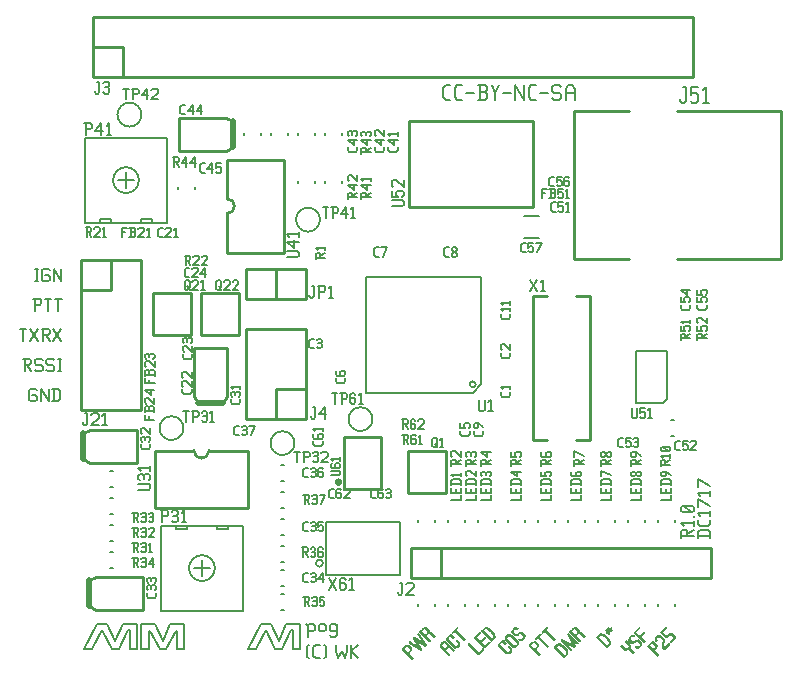
<source format=gbr>
G04 start of page 11 for group -4079 idx -4079 *
G04 Title: MMDVM_pog, topsilk *
G04 Creator: pcb v4.0.0-ga246c150 *
G04 CreationDate: Wed Apr 26 20:29:48 2017 UTC *
G04 For: wojtek *
G04 Format: Gerber/RS-274X *
G04 PCB-Dimensions (mm): 66.29 58.42 *
G04 PCB-Coordinate-Origin: lower left *
%MOMM*%
%FSLAX43Y43*%
%LNTOPSILK*%
%ADD117C,0.250*%
%ADD116C,0.508*%
%ADD115C,0.200*%
%ADD114C,0.254*%
%ADD113C,0.200*%
%ADD112C,0.203*%
%ADD111C,0.150*%
%ADD110C,0.168*%
%ADD109C,0.165*%
%ADD108C,0.166*%
%ADD107C,0.002*%
G54D107*G36*
X34375Y2510D02*X34371Y2514D01*
X34353Y2566D01*
X34355Y2572D01*
Y2579D01*
X34388Y2639D01*
X34395Y2645D01*
X34398Y2649D01*
X34443Y2676D01*
X34450Y2678D01*
X34455Y2680D01*
X34499Y2682D01*
X34503Y2679D01*
X35098Y2309D01*
X34727Y2902D01*
X34724Y2906D01*
X34728Y2954D01*
X34731Y2959D01*
X34734Y2966D01*
X34764Y3016D01*
X34768Y3018D01*
X34771Y3022D01*
X34815Y3048D01*
X34820Y3050D01*
X34826Y3053D01*
X34872Y3054D01*
X34876Y3051D01*
X35469Y2680D01*
X35099Y3274D01*
X35096Y3279D01*
X35099Y3325D01*
X35103Y3331D01*
X35106Y3338D01*
X35136Y3388D01*
X35140Y3390D01*
X35146Y3396D01*
X35192Y3423D01*
X35209D01*
X35215Y3425D01*
X35264Y3407D01*
X35268Y3403D01*
X35286Y3385D01*
X35913Y2387D01*
X35916Y2383D01*
X35913Y2335D01*
X35911Y2329D01*
X35908Y2325D01*
X35874Y2282D01*
X35872Y2278D01*
X35868Y2275D01*
X35825Y2242D01*
X35821Y2238D01*
X35815Y2235D01*
X35769D01*
X35764Y2238D01*
X35170Y2609D01*
X35540Y2014D01*
X35543Y2009D01*
Y1963D01*
X35540Y1957D01*
X35536Y1953D01*
X35503Y1910D01*
X35500Y1906D01*
X35496Y1904D01*
X35452Y1869D01*
X35448Y1865D01*
X35442Y1862D01*
X35396Y1863D01*
X35392Y1866D01*
X34393Y2492D01*
X34375Y2510D01*
G37*
G36*
X37698Y3141D02*X37705Y3148D01*
X37786Y3211D01*
X37796Y3217D01*
X37805Y3224D01*
X37900Y3266D01*
X37911Y3269D01*
X37921Y3273D01*
X38012Y3287D01*
X38022Y3286D01*
X38044D01*
X38104Y3256D01*
X38306Y3055D01*
X38308Y3053D01*
X38306Y3007D01*
X38303Y3000D01*
X38299Y2995D01*
X38267Y2952D01*
X38264Y2948D01*
X38263Y2947D01*
X38242Y2930D01*
X38241Y2927D01*
X38238Y2926D01*
X38212Y2908D01*
X38209Y2906D01*
X38206Y2905D01*
X38180Y2897D01*
X38179Y2896D01*
X38176D01*
X38154Y2901D01*
X38153Y2902D01*
X37979Y3076D01*
X37976Y3079D01*
X37946Y3090D01*
X37943Y3088D01*
X37932D01*
X37902Y3080D01*
X37899Y3077D01*
X37895Y3076D01*
X37858Y3055D01*
X37855Y3053D01*
X37851Y3051D01*
X37819Y3026D01*
X37814Y3021D01*
X37789Y2989D01*
X37787Y2985D01*
X37785Y2982D01*
X37764Y2945D01*
X37762Y2941D01*
X37760Y2938D01*
X37753Y2909D01*
Y2890D01*
X37765Y2867D01*
X37768Y2864D01*
X38343Y2289D01*
X38348Y2284D01*
X38413Y2271D01*
X38421Y2274D01*
X38428Y2278D01*
X38500Y2326D01*
X38507Y2332D01*
X38511Y2338D01*
X38547Y2377D01*
X38549Y2380D01*
X38552Y2384D01*
X38565Y2431D01*
Y2439D01*
X38562Y2471D01*
Y2475D01*
X38560Y2479D01*
X38554Y2500D01*
X38387Y2668D01*
X38385Y2670D01*
X38380Y2690D01*
X38381Y2693D01*
Y2696D01*
X38390Y2725D01*
X38391Y2727D01*
X38392Y2732D01*
X38409Y2762D01*
X38412Y2764D01*
X38413Y2767D01*
X38428Y2788D01*
X38431Y2789D01*
X38434Y2794D01*
X38479Y2820D01*
X38486Y2821D01*
X38492Y2824D01*
X38537D01*
X38540Y2821D01*
X38723Y2637D01*
X38728Y2631D01*
X38764Y2555D01*
X38766Y2546D01*
Y2537D01*
X38759Y2445D01*
X38757Y2434D01*
X38753Y2424D01*
X38711Y2326D01*
X38705Y2315D01*
X38698Y2307D01*
X38632Y2223D01*
X38625Y2215D01*
X38617Y2208D01*
X38532Y2140D01*
X38522Y2134D01*
X38512Y2128D01*
X38416Y2087D01*
X38406Y2082D01*
X38396Y2080D01*
X38301Y2071D01*
X38293D01*
X38284Y2073D01*
X38208Y2110D01*
X38202Y2116D01*
X37589Y2730D01*
X37583Y2736D01*
X37552Y2807D01*
Y2844D01*
X37565Y2918D01*
X37570Y2927D01*
X37572Y2938D01*
X37616Y3035D01*
X37622Y3043D01*
X37628Y3053D01*
X37691Y3134D01*
X37698Y3141D01*
G37*
G36*
X38130Y3352D02*X38126Y3347D01*
X38080Y3335D01*
X38074Y3336D01*
X38069Y3339D01*
X38034Y3359D01*
X38033Y3360D01*
X38028Y3364D01*
X38009Y3412D01*
X38011Y3418D01*
Y3425D01*
X38044Y3484D01*
X38049Y3489D01*
X38431Y3871D01*
X38435Y3877D01*
X38492Y3901D01*
X38498Y3900D01*
X38511D01*
X38548Y3885D01*
X38552Y3881D01*
X38554Y3879D01*
X38573Y3841D01*
X38574Y3835D01*
X38576Y3831D01*
X38565Y3786D01*
X38562Y3782D01*
X38424Y3644D01*
X39203Y2865D01*
X39204Y2864D01*
X39210Y2842D01*
Y2839D01*
X39208Y2838D01*
X39200Y2812D01*
X39198Y2809D01*
X39196Y2806D01*
X39178Y2780D01*
X39176Y2777D01*
X39174Y2776D01*
X39158Y2756D01*
X39157Y2755D01*
X39156Y2754D01*
X39135Y2736D01*
X39134Y2733D01*
X39131Y2732D01*
X39106Y2716D01*
X39103Y2715D01*
X39101Y2714D01*
X39073Y2703D01*
X39072Y2701D01*
X39065D01*
X39048Y2709D01*
X39047Y2711D01*
X38268Y3489D01*
X38130Y3352D01*
G37*
G36*
X35746Y3893D02*X35822Y3900D01*
X35833Y3899D01*
X35836D01*
X35874Y3890D01*
X35880Y3889D01*
X35884D01*
X35919Y3872D01*
X35922Y3870D01*
X36128Y3663D01*
X36131Y3662D01*
X36148Y3627D01*
X36149Y3623D01*
Y3620D01*
X36157Y3578D01*
X36158Y3572D01*
Y3568D01*
X36163Y3529D01*
X36164Y3525D01*
Y3522D01*
X36172Y3499D01*
X36174Y3498D01*
X36196Y3491D01*
X36200Y3489D01*
X36211D01*
X36241Y3488D01*
X36245Y3487D01*
X36249D01*
X36290Y3481D01*
X36294Y3480D01*
X36296D01*
X36327Y3466D01*
X36330Y3463D01*
X36659Y3133D01*
X36661Y3130D01*
Y3083D01*
X36659Y3076D01*
X36655Y3072D01*
X36622Y3030D01*
X36619Y3026D01*
X36616Y3025D01*
X36597Y3007D01*
X36595Y3004D01*
X36593Y3003D01*
X36565Y2985D01*
X36562Y2984D01*
X36560D01*
X36535Y2974D01*
X36532Y2973D01*
X36529D01*
X36508Y2978D01*
X36507Y2980D01*
X36198Y3288D01*
X36196Y3291D01*
X36164Y3301D01*
X36160Y3299D01*
X36156Y3301D01*
X36116Y3291D01*
X36112Y3288D01*
X36106Y3287D01*
X36065Y3266D01*
X36061Y3263D01*
X36057Y3262D01*
X36025Y3236D01*
X36023Y3233D01*
X36022D01*
X36004Y3214D01*
X36003Y3211D01*
X36000Y3210D01*
X35977Y3184D01*
X35974Y3181D01*
X35971Y3179D01*
X35946Y3152D01*
X35945Y3149D01*
X35942Y3148D01*
X35926Y3131D01*
Y3130D01*
X36291Y2764D01*
X36292Y2763D01*
X36299Y2741D01*
Y2738D01*
X36298Y2737D01*
X36287Y2709D01*
X36285Y2707D01*
X36284Y2704D01*
X36266Y2678D01*
X36265Y2675D01*
X36262Y2672D01*
X36247Y2653D01*
X36245Y2652D01*
X36241Y2649D01*
X36198Y2614D01*
X36193Y2610D01*
X36187Y2608D01*
X36142Y2609D01*
X36139Y2612D01*
X35746Y3005D01*
Y3318D01*
X35807Y3256D01*
X35949Y3399D01*
X35953Y3403D01*
X35973Y3458D01*
Y3480D01*
X35959Y3521D01*
X35956Y3524D01*
X35788Y3691D01*
X35784Y3695D01*
X35746Y3705D01*
Y3893D01*
G37*
G36*
X35323Y3574D02*Y3575D01*
X35340Y3592D01*
X35343Y3593D01*
X35344Y3596D01*
X35366Y3620D01*
X35369Y3622D01*
X35417Y3670D01*
X35424Y3678D01*
X35504Y3753D01*
X35512Y3759D01*
X35519Y3768D01*
X35602Y3833D01*
X35611Y3837D01*
X35620Y3844D01*
X35709Y3886D01*
X35719Y3889D01*
X35727Y3892D01*
X35746Y3893D01*
Y3705D01*
X35740Y3707D01*
X35736Y3706D01*
X35730D01*
X35680Y3685D01*
X35676Y3681D01*
X35671Y3678D01*
X35620Y3642D01*
X35616Y3637D01*
X35610Y3633D01*
X35569Y3596D01*
X35566Y3592D01*
X35519Y3544D01*
X35746Y3318D01*
Y3005D01*
X35288Y3463D01*
X35284Y3466D01*
X35285Y3512D01*
X35289Y3517D01*
X35292Y3524D01*
X35321Y3571D01*
X35323Y3574D01*
G37*
G36*
X39424Y2504D02*X39426Y2505D01*
X39446Y2519D01*
X39449Y2521D01*
X39452Y2524D01*
X39480Y2536D01*
X39484D01*
X39486Y2537D01*
X39508Y2544D01*
X39517D01*
X39520Y2546D01*
X39538Y2543D01*
X39539Y2541D01*
X40312Y1768D01*
X40614Y2070D01*
X40618Y2076D01*
X40676Y2100D01*
X40682Y2099D01*
X40688D01*
X40737Y2080D01*
X40740Y2076D01*
X40742Y2074D01*
X40760Y2040D01*
X40762Y2034D01*
X40764Y2030D01*
X40750Y1985D01*
X40746Y1979D01*
X40315Y1549D01*
X40312Y1548D01*
X40279Y1531D01*
X40275Y1530D01*
X40269D01*
X40239Y1535D01*
X40238Y1537D01*
X39386Y2388D01*
X39385Y2390D01*
X39378Y2406D01*
Y2414D01*
X39387Y2443D01*
X39389Y2446D01*
X39390Y2450D01*
X39402Y2478D01*
X39405Y2479D01*
X39407Y2482D01*
X39422Y2503D01*
X39424Y2504D01*
G37*
G36*
X40490Y3454D02*X40491Y3452D01*
X40509Y3415D01*
X40512Y3409D01*
X40513Y3405D01*
X40502Y3360D01*
X40498Y3356D01*
X40180Y3036D01*
X40472Y2743D01*
X40771Y3042D01*
X40775Y3047D01*
X40833Y3071D01*
X40840Y3069D01*
X40845D01*
X40892Y3051D01*
X40896Y3047D01*
X40898Y3046D01*
X40917Y3009D01*
X40918Y3003D01*
X40920Y2999D01*
X40909Y2952D01*
X40586Y2630D01*
X40880Y2336D01*
X41183Y2639D01*
X41241Y2664D01*
X41248Y2663D01*
X41253D01*
X41300Y2643D01*
X41304Y2639D01*
X41305Y2638D01*
X41323Y2605D01*
X41326Y2599D01*
X41328Y2595D01*
X41314Y2548D01*
X41310Y2544D01*
X40880Y2113D01*
X40877Y2112D01*
X40842Y2095D01*
X40838Y2093D01*
X40833D01*
X40803Y2099D01*
X40801Y2100D01*
X39950Y2952D01*
X39947Y2955D01*
X39948Y3002D01*
X39952Y3007D01*
X39955Y3014D01*
X39983Y3061D01*
X39987Y3064D01*
X40367Y3444D01*
X40373Y3450D01*
X40429Y3476D01*
X40436Y3474D01*
X40442D01*
X40486Y3458D01*
X40490Y3454D01*
G37*
G36*
X42094Y2639D02*X42100Y2646D01*
X42182Y2709D01*
X42192Y2715D01*
X42200Y2722D01*
X42296Y2764D01*
X42306Y2767D01*
X42316Y2771D01*
X42407Y2785D01*
X42416Y2784D01*
X42438D01*
X42499Y2755D01*
X42504Y2750D01*
X42700Y2554D01*
X42703Y2551D01*
X42702Y2505D01*
X42699Y2499D01*
X42695Y2493D01*
X42663Y2450D01*
X42660Y2446D01*
X42657Y2445D01*
X42637Y2428D01*
X42635Y2426D01*
X42632Y2424D01*
X42606Y2406D01*
X42603Y2405D01*
X42601Y2404D01*
X42575Y2395D01*
X42573Y2394D01*
X42570D01*
X42548Y2400D01*
X42547Y2401D01*
X42375Y2574D01*
X42372Y2577D01*
X42340Y2588D01*
X42338Y2587D01*
X42327D01*
X42296Y2579D01*
X42294Y2576D01*
X42289Y2574D01*
X42252Y2554D01*
X42249Y2551D01*
X42245Y2550D01*
X42214Y2525D01*
X42212Y2522D01*
X42210Y2519D01*
X42183Y2488D01*
X42182Y2484D01*
X42179Y2481D01*
X42158Y2443D01*
X42157Y2439D01*
X42156Y2437D01*
X42148Y2408D01*
Y2394D01*
X42160Y2365D01*
X42163Y2362D01*
X42737Y1788D01*
X42743Y1782D01*
X42809Y1770D01*
X42817Y1772D01*
X42824Y1776D01*
X42896Y1825D01*
X42903Y1830D01*
X42907Y1836D01*
X42941Y1876D01*
X42944Y1879D01*
X42947Y1883D01*
X42961Y1930D01*
Y1935D01*
X42956Y1970D01*
Y1974D01*
X42955Y1978D01*
X42950Y1998D01*
X42781Y2167D01*
X42780Y2168D01*
X42774Y2189D01*
X42776Y2191D01*
Y2194D01*
X42784Y2223D01*
X42786Y2226D01*
X42787Y2230D01*
X42803Y2260D01*
X42806Y2263D01*
X42808Y2266D01*
X42824Y2286D01*
X42826Y2288D01*
X42828Y2292D01*
X42875Y2318D01*
X42882Y2320D01*
X42888Y2322D01*
X42932D01*
X42934Y2320D01*
X43119Y2135D01*
X43124Y2129D01*
X43160Y2054D01*
X43162Y2044D01*
Y2035D01*
X43153Y1943D01*
X43152Y1932D01*
X43150Y1922D01*
X43105Y1825D01*
X43100Y1814D01*
X43094Y1805D01*
X43027Y1721D01*
X43020Y1713D01*
X43011Y1706D01*
X42926Y1637D01*
X42916Y1630D01*
X42907Y1626D01*
X42810Y1584D01*
X42801Y1581D01*
X42791Y1578D01*
X42696Y1570D01*
X42688D01*
X42678Y1571D01*
X42603Y1609D01*
X42598Y1614D01*
X41985Y2229D01*
X41978Y2234D01*
X41946Y2306D01*
Y2343D01*
X41960Y2416D01*
X41964Y2426D01*
X41967Y2437D01*
X42011Y2533D01*
X42018Y2541D01*
X42023Y2551D01*
X42087Y2632D01*
X42094Y2639D01*
G37*
G36*
X43702Y2758D02*X43673Y2788D01*
X43670Y2792D01*
X43672Y2840D01*
X43674Y2846D01*
X43676Y2853D01*
X43707Y2901D01*
X43712Y2904D01*
X43718Y2912D01*
X43782Y2941D01*
X43789Y2940D01*
X43794D01*
X43849Y2919D01*
X43855Y2915D01*
X43860Y2913D01*
X43921Y2900D01*
X43928Y2898D01*
X43952D01*
X44016Y2947D01*
X44026Y2955D01*
X44028Y2958D01*
X44055Y2989D01*
X44057Y2992D01*
X44059Y2996D01*
X44080Y3032D01*
X44082Y3035D01*
X44084Y3039D01*
X44090Y3068D01*
Y3086D01*
X44077Y3112D01*
X44075Y3113D01*
X43902Y3287D01*
X43848Y3304D01*
X43842Y3302D01*
X43836Y3301D01*
X43775Y3270D01*
X43769Y3265D01*
X43762Y3261D01*
X43702Y3211D01*
X43696Y3205D01*
X43690Y3201D01*
X43634Y3162D01*
X43630Y3159D01*
X43623Y3156D01*
X43556Y3126D01*
X43549Y3123D01*
X43541Y3122D01*
X43466Y3108D01*
X43459Y3106D01*
X43451D01*
X43384Y3112D01*
X43378Y3113D01*
X43371Y3114D01*
X43319Y3142D01*
X43315Y3146D01*
X43114Y3346D01*
X43108Y3353D01*
X43075Y3426D01*
Y3434D01*
X43074Y3444D01*
X43085Y3536D01*
X43087Y3546D01*
X43090Y3556D01*
X43133Y3652D01*
X43140Y3660D01*
X43145Y3671D01*
X43208Y3757D01*
X43217Y3764D01*
X43225Y3773D01*
X43320Y3845D01*
X43331Y3851D01*
X43341Y3856D01*
X43442Y3893D01*
X43452Y3895D01*
X43462Y3897D01*
X43557Y3896D01*
X43567Y3893D01*
X43575Y3892D01*
X43652Y3849D01*
X43659Y3842D01*
X43688Y3813D01*
X43690Y3809D01*
X43688Y3761D01*
X43685Y3755D01*
X43682Y3751D01*
X43651Y3711D01*
X43648Y3707D01*
X43640Y3699D01*
X43571Y3664D01*
X43567D01*
X43561Y3666D01*
X43508Y3684D01*
X43503Y3686D01*
X43498Y3689D01*
X43440Y3706D01*
X43435D01*
X43428Y3707D01*
X43350Y3660D01*
X43341Y3651D01*
X43338Y3649D01*
X43313Y3619D01*
X43311Y3615D01*
X43308Y3612D01*
X43286Y3574D01*
X43284Y3569D01*
X43282Y3567D01*
X43272Y3535D01*
Y3516D01*
X43284Y3489D01*
X43287Y3487D01*
X43455Y3318D01*
X43459Y3314D01*
X43508Y3298D01*
X43513D01*
X43519Y3299D01*
X43575Y3325D01*
X43582Y3328D01*
X43588Y3332D01*
X43641Y3375D01*
X43647Y3379D01*
X43652Y3385D01*
X43698Y3423D01*
X43702Y3426D01*
X43707Y3432D01*
X43782Y3470D01*
X43792Y3473D01*
X43798Y3477D01*
X43880Y3496D01*
X43888D01*
X43896Y3498D01*
X43970Y3492D01*
X43978Y3489D01*
X43984Y3488D01*
X44042Y3460D01*
X44048Y3455D01*
X44253Y3248D01*
X44259Y3243D01*
X44289Y3181D01*
Y3152D01*
X44277Y3059D01*
X44274Y3048D01*
X44270Y3039D01*
X44226Y2944D01*
X44220Y2934D01*
X44215Y2926D01*
X44151Y2843D01*
X44144Y2836D01*
X44135Y2828D01*
X44041Y2756D01*
X44031Y2751D01*
X44020Y2745D01*
X43920Y2707D01*
X43910Y2704D01*
X43899Y2703D01*
X43804Y2704D01*
X43796Y2705D01*
X43786Y2708D01*
X43709Y2752D01*
X43702Y2758D01*
G37*
G36*
X41442Y2679D02*X41439Y2678D01*
X41403Y2663D01*
X41399Y2661D01*
X41395D01*
X41365Y2666D01*
X41147Y2883D01*
Y3196D01*
X41439Y2904D01*
X41542Y3009D01*
X41545Y3021D01*
X41547Y3022D01*
Y3025D01*
X41549Y3047D01*
Y3077D01*
X41529Y3159D01*
X41524Y3168D01*
X41520Y3179D01*
X41469Y3270D01*
X41464Y3279D01*
X41457Y3288D01*
X41390Y3370D01*
X41383Y3376D01*
X41376Y3385D01*
X41310Y3452D01*
X41304Y3458D01*
X41293Y3469D01*
X41177Y3569D01*
X41166Y3578D01*
X41154Y3587D01*
X41147Y3592D01*
Y3847D01*
X41192Y3826D01*
X41202Y3820D01*
X41210Y3816D01*
X41290Y3768D01*
X41299Y3762D01*
X41305Y3758D01*
X41361Y3711D01*
X41365Y3707D01*
X41555Y3517D01*
X41559Y3513D01*
X41604Y3458D01*
X41610Y3450D01*
X41616Y3444D01*
X41665Y3366D01*
X41671Y3356D01*
X41675Y3347D01*
X41719Y3254D01*
X41723Y3243D01*
X41726Y3233D01*
X41748Y3134D01*
X41749Y3123D01*
Y3113D01*
X41737Y3013D01*
X41734Y3002D01*
X41731Y2992D01*
X41675Y2901D01*
X41666Y2891D01*
X41662Y2889D01*
X41660Y2887D01*
X41624Y2850D01*
X41620Y2844D01*
X41614Y2840D01*
X41558Y2789D01*
X41552Y2784D01*
X41545Y2778D01*
X41490Y2725D01*
X41485Y2719D01*
X41479Y2715D01*
X41443Y2682D01*
X41442Y2679D01*
G37*
G36*
X41147Y2883D02*X40509Y3521D01*
X40510Y3567D01*
X40515Y3572D01*
X40517Y3579D01*
X40546Y3626D01*
X40549Y3629D01*
X40743Y3823D01*
X40750Y3831D01*
X40838Y3885D01*
X40848Y3888D01*
X40858Y3890D01*
X40957Y3901D01*
X40968Y3900D01*
X40978D01*
X41078Y3877D01*
X41089Y3872D01*
X41099Y3870D01*
X41147Y3847D01*
Y3592D01*
X41022Y3671D01*
X41008Y3678D01*
X41005Y3680D01*
X40978Y3688D01*
X40975Y3689D01*
X40970Y3691D01*
X40931Y3700D01*
X40927D01*
X40921Y3702D01*
X40877Y3704D01*
X40874Y3703D01*
X40863D01*
X40836Y3691D01*
X40833Y3688D01*
X40745Y3598D01*
X41147Y3196D01*
Y2883D01*
G37*
G36*
X43116Y3258D02*X43684Y2690D01*
X43720Y2613D01*
X43721Y2604D01*
Y2595D01*
X43714Y2503D01*
X43712Y2492D01*
X43709Y2482D01*
X43666Y2386D01*
X43661Y2375D01*
X43654Y2366D01*
X43588Y2281D01*
X43581Y2273D01*
X43572Y2266D01*
X43487Y2198D01*
X43477Y2191D01*
X43468Y2186D01*
X43371Y2144D01*
X43361Y2142D01*
X43350Y2139D01*
X43257Y2129D01*
X43249D01*
X43239Y2131D01*
X43163Y2169D01*
X43158Y2175D01*
X43116Y2217D01*
Y2531D01*
X43298Y2348D01*
X43304Y2343D01*
X43368Y2330D01*
X43377Y2333D01*
X43384Y2338D01*
X43455Y2386D01*
X43462Y2391D01*
X43468Y2398D01*
X43515Y2468D01*
X43519Y2475D01*
X43522Y2484D01*
X43512Y2550D01*
X43506Y2555D01*
X43116Y2945D01*
Y3258D01*
G37*
G36*
X42656Y3205D02*X42663Y3214D01*
X42750Y3277D01*
X42760Y3283D01*
X42769Y3288D01*
X42865Y3328D01*
X42875Y3330D01*
X42885Y3334D01*
X42976Y3341D01*
X42985Y3339D01*
X42994D01*
X43069Y3305D01*
X43116Y3258D01*
Y2945D01*
X42936Y3124D01*
X42930Y3130D01*
X42862Y3142D01*
X42856Y3138D01*
X42848Y3135D01*
X42777Y3088D01*
X42772Y3082D01*
X42765Y3076D01*
X42716Y3004D01*
X42714Y2996D01*
X42710Y2989D01*
X42723Y2923D01*
X42729Y2918D01*
X43116Y2531D01*
Y2217D01*
X42556Y2777D01*
X42548Y2784D01*
X42513Y2861D01*
Y2869D01*
X42511Y2879D01*
X42521Y2973D01*
X42524Y2982D01*
X42526Y2993D01*
X42569Y3091D01*
X42576Y3101D01*
X42582Y3110D01*
X42648Y3199D01*
X42656Y3205D01*
G37*
G36*
X45189Y2789D02*X45185Y2785D01*
X45136Y2773D01*
X45132Y2774D01*
X45127Y2777D01*
X45091Y2796D01*
X45090Y2798D01*
X45086Y2802D01*
X45068Y2850D01*
X45069Y2855D01*
Y2863D01*
X45101Y2922D01*
X45107Y2927D01*
X45488Y3309D01*
X45493Y3314D01*
X45550Y3339D01*
X45557Y3338D01*
X45569D01*
X45606Y3323D01*
X45611Y3318D01*
X45612Y3317D01*
X45630Y3280D01*
X45632Y3274D01*
X45634Y3270D01*
X45623Y3224D01*
X45619Y3219D01*
X45481Y3082D01*
X46260Y2303D01*
X46261Y2302D01*
X46266Y2280D01*
Y2277D01*
X46265Y2275D01*
X46257Y2251D01*
X46256Y2246D01*
X46254Y2244D01*
X46236Y2217D01*
X46235Y2215D01*
X46232Y2213D01*
X46217Y2194D01*
X46215Y2193D01*
X46213Y2191D01*
X46193Y2174D01*
X46192Y2171D01*
X46189Y2169D01*
X46164Y2154D01*
X46162Y2153D01*
X46158Y2151D01*
X46131Y2140D01*
X46128Y2139D01*
X46122D01*
X46107Y2147D01*
X46105Y2149D01*
X45327Y2927D01*
X45189Y2789D01*
G37*
G36*
X47607Y1316D02*X47604Y1315D01*
X47569Y1300D01*
X47565Y1298D01*
X47560D01*
X47530Y1302D01*
X47312Y1520D01*
Y1834D01*
X47604Y1542D01*
X47708Y1646D01*
Y1647D01*
X47711Y1659D01*
X47712Y1661D01*
Y1664D01*
X47715Y1686D01*
Y1716D01*
X47694Y1797D01*
X47690Y1807D01*
X47686Y1817D01*
X47635Y1909D01*
X47629Y1917D01*
X47622Y1927D01*
X47555Y2007D01*
X47548Y2014D01*
X47540Y2022D01*
X47475Y2091D01*
X47469Y2096D01*
X47458Y2107D01*
X47343Y2208D01*
X47332Y2216D01*
X47319Y2226D01*
X47312Y2230D01*
Y2486D01*
X47358Y2464D01*
X47368Y2459D01*
X47376Y2455D01*
X47456Y2406D01*
X47464Y2401D01*
X47471Y2395D01*
X47526Y2350D01*
X47530Y2346D01*
X47625Y2251D01*
X47719Y2155D01*
X47723Y2151D01*
X47770Y2096D01*
X47776Y2088D01*
X47781Y2082D01*
X47831Y2004D01*
X47836Y1994D01*
X47840Y1986D01*
X47884Y1892D01*
X47888Y1881D01*
X47891Y1872D01*
X47912Y1772D01*
X47913Y1762D01*
Y1752D01*
X47902Y1651D01*
X47899Y1640D01*
X47897Y1630D01*
X47840Y1540D01*
X47832Y1530D01*
X47828Y1527D01*
X47825Y1526D01*
X47789Y1489D01*
X47784Y1483D01*
X47778Y1479D01*
X47723Y1426D01*
X47718Y1421D01*
X47711Y1417D01*
X47655Y1363D01*
X47650Y1358D01*
X47644Y1354D01*
X47609Y1319D01*
X47607Y1316D01*
G37*
G36*
X47312Y1520D02*X46674Y2158D01*
X46676Y2205D01*
X46680Y2210D01*
X46682Y2217D01*
X46710Y2264D01*
X46714Y2267D01*
X46909Y2462D01*
X46915Y2470D01*
X47004Y2522D01*
X47014Y2525D01*
X47023Y2529D01*
X47122Y2539D01*
X47133Y2537D01*
X47143D01*
X47244Y2515D01*
X47254Y2511D01*
X47264Y2508D01*
X47312Y2486D01*
Y2230D01*
X47187Y2310D01*
X47173Y2317D01*
X47170Y2318D01*
X47143Y2326D01*
X47140Y2328D01*
X47136Y2329D01*
X47095Y2339D01*
X47090D01*
X47085Y2340D01*
X47042Y2343D01*
X47040Y2342D01*
X47028D01*
X47000Y2328D01*
X46998Y2325D01*
X46910Y2237D01*
X47312Y1834D01*
Y1520D01*
G37*
G36*
X44997Y2714D02*X45073Y2721D01*
X45084Y2719D01*
X45095D01*
X45126Y2711D01*
X45131Y2709D01*
X45135D01*
X45171Y2693D01*
X45174Y2690D01*
X45379Y2485D01*
X45382Y2482D01*
X45408Y2430D01*
X45411Y2423D01*
X45412Y2416D01*
X45420Y2358D01*
Y2311D01*
X45383Y2198D01*
X45376Y2186D01*
X45368Y2175D01*
X45276Y2060D01*
X45265Y2048D01*
X45172Y1956D01*
X45544Y1584D01*
X45550Y1563D01*
Y1560D01*
X45548Y1558D01*
X45538Y1531D01*
X45536Y1527D01*
X45535Y1526D01*
X45517Y1498D01*
X45515Y1496D01*
X45513Y1494D01*
X45498Y1475D01*
X45496Y1473D01*
X45492Y1471D01*
X45449Y1436D01*
X45444Y1432D01*
X45438Y1429D01*
X45393D01*
X45390Y1432D01*
X44997Y1825D01*
Y2138D01*
X45058Y2077D01*
X45200Y2219D01*
X45204Y2224D01*
X45224Y2270D01*
Y2285D01*
X45223Y2293D01*
X45209Y2342D01*
X45207Y2344D01*
X45039Y2512D01*
X45034Y2517D01*
X44997Y2526D01*
Y2714D01*
G37*
G36*
X44574Y2395D02*Y2397D01*
X44591Y2412D01*
X44594Y2413D01*
X44595Y2416D01*
X44617Y2442D01*
X44620Y2443D01*
X44649Y2471D01*
X44668Y2490D01*
X44675Y2499D01*
X44755Y2573D01*
X44763Y2580D01*
X44770Y2588D01*
X44853Y2653D01*
X44862Y2659D01*
X44870Y2666D01*
X44960Y2707D01*
X44970Y2709D01*
X44978Y2712D01*
X44997Y2714D01*
Y2526D01*
X44990Y2528D01*
X44986Y2526D01*
X44981D01*
X44931Y2507D01*
X44927Y2503D01*
X44922Y2500D01*
X44870Y2463D01*
X44866Y2457D01*
X44861Y2453D01*
X44821Y2416D01*
X44818Y2412D01*
X44770Y2365D01*
X44997Y2138D01*
Y1825D01*
X44538Y2284D01*
X44534Y2288D01*
X44536Y2333D01*
X44540Y2339D01*
X44542Y2346D01*
X44572Y2393D01*
X44574Y2395D01*
G37*
G36*
X45751Y3352D02*X45747Y3347D01*
X45699Y3335D01*
X45695Y3336D01*
X45689Y3339D01*
X45653Y3359D01*
X45652Y3360D01*
X45648Y3364D01*
X45630Y3412D01*
X45631Y3418D01*
Y3425D01*
X45663Y3484D01*
X45670Y3489D01*
X46050Y3871D01*
X46056Y3877D01*
X46112Y3901D01*
X46119Y3900D01*
X46131D01*
X46169Y3885D01*
X46173Y3881D01*
X46174Y3879D01*
X46192Y3841D01*
X46195Y3835D01*
X46196Y3831D01*
X46185Y3786D01*
X46181Y3782D01*
X46043Y3644D01*
X46822Y2865D01*
X46823Y2864D01*
X46829Y2842D01*
Y2839D01*
X46827Y2838D01*
X46819Y2812D01*
X46818Y2809D01*
X46816Y2806D01*
X46798Y2780D01*
X46797Y2777D01*
X46794Y2776D01*
X46779Y2756D01*
X46778Y2755D01*
X46775Y2754D01*
X46756Y2736D01*
X46753Y2733D01*
X46750Y2732D01*
X46727Y2716D01*
X46724Y2715D01*
X46720Y2714D01*
X46692Y2703D01*
X46691Y2701D01*
X46684D01*
X46669Y2709D01*
X46667Y2711D01*
X45889Y3489D01*
X45751Y3352D01*
G37*
G36*
X34250Y2397D02*X34326Y2404D01*
X34337Y2402D01*
X34340D01*
X34378Y2394D01*
X34384Y2393D01*
X34388D01*
X34424Y2376D01*
X34426Y2373D01*
X34632Y2167D01*
X34634Y2164D01*
X34661Y2113D01*
X34663Y2105D01*
X34665Y2099D01*
X34673Y2041D01*
Y1994D01*
X34636Y1881D01*
X34629Y1869D01*
X34620Y1858D01*
X34528Y1742D01*
X34517Y1731D01*
X34425Y1639D01*
X34795Y1268D01*
X34797Y1267D01*
X34803Y1245D01*
Y1242D01*
X34801Y1240D01*
X34790Y1213D01*
X34789Y1210D01*
X34787Y1208D01*
X34769Y1181D01*
X34768Y1179D01*
X34765Y1177D01*
X34750Y1158D01*
X34749Y1156D01*
X34745Y1154D01*
X34702Y1118D01*
X34696Y1114D01*
X34691Y1111D01*
X34645Y1112D01*
X34643Y1115D01*
X34250Y1508D01*
Y1821D01*
X34311Y1760D01*
X34453Y1902D01*
X34457Y1908D01*
X34477Y1953D01*
Y1968D01*
X34476Y1975D01*
X34462Y2025D01*
X34460Y2027D01*
X34291Y2194D01*
X34287Y2198D01*
X34250Y2209D01*
Y2397D01*
G37*
G36*
X33827Y2077D02*Y2078D01*
X33844Y2095D01*
X33846Y2096D01*
X33848Y2099D01*
X33870Y2124D01*
X33872Y2126D01*
X33901Y2154D01*
X33920Y2174D01*
X33927Y2182D01*
X34007Y2256D01*
X34016Y2263D01*
X34023Y2271D01*
X34105Y2336D01*
X34115Y2340D01*
X34123Y2347D01*
X34213Y2390D01*
X34222Y2393D01*
X34231Y2395D01*
X34250Y2397D01*
Y2209D01*
X34243Y2210D01*
X34239Y2209D01*
X34233D01*
X34184Y2190D01*
X34180Y2186D01*
X34174Y2183D01*
X34123Y2146D01*
X34119Y2140D01*
X34114Y2136D01*
X34074Y2099D01*
X34071Y2095D01*
X34023Y2048D01*
X34250Y1821D01*
Y1508D01*
X33791Y1967D01*
X33787Y1971D01*
X33788Y2015D01*
X33792Y2021D01*
X33795Y2027D01*
X33824Y2074D01*
X33827Y2077D01*
G37*
G36*
X37420Y2719D02*X37461Y2722D01*
X37470Y2721D01*
X37479D01*
X37556Y2685D01*
X37563Y2678D01*
X38289Y1952D01*
X38292Y1949D01*
X38290Y1904D01*
X38288Y1896D01*
X38284Y1891D01*
X38250Y1850D01*
X38248Y1846D01*
X38246Y1844D01*
X38226Y1826D01*
X38224Y1823D01*
X38222Y1822D01*
X38195Y1804D01*
X38192Y1803D01*
X38190D01*
X38164Y1793D01*
X38162Y1792D01*
X38160D01*
X38137Y1797D01*
X38136Y1799D01*
X37767Y2168D01*
X37552Y1953D01*
X37921Y1584D01*
X37922Y1582D01*
X37928Y1560D01*
Y1558D01*
X37927Y1556D01*
X37915Y1529D01*
X37914Y1526D01*
X37913Y1523D01*
X37895Y1497D01*
X37894Y1494D01*
X37891Y1493D01*
X37876Y1473D01*
X37874Y1472D01*
X37870Y1469D01*
X37827Y1433D01*
X37822Y1429D01*
X37816Y1426D01*
X37771Y1428D01*
X37768Y1431D01*
X37420Y1779D01*
Y2091D01*
X37436Y2076D01*
X37644Y2284D01*
X37422Y2504D01*
X37420Y2506D01*
Y2719D01*
G37*
G36*
X37138Y2581D02*X37145Y2590D01*
X37232Y2654D01*
X37241Y2660D01*
X37251Y2667D01*
X37348Y2709D01*
X37359Y2711D01*
X37368Y2715D01*
X37420Y2719D01*
Y2506D01*
X37417Y2510D01*
X37348Y2522D01*
X37341Y2518D01*
X37332Y2515D01*
X37264Y2468D01*
X37258Y2462D01*
X37251Y2456D01*
X37203Y2384D01*
X37200Y2376D01*
X37196Y2369D01*
X37208Y2303D01*
X37214Y2297D01*
X37420Y2091D01*
Y1779D01*
X37042Y2157D01*
X37035Y2164D01*
X36998Y2238D01*
X36996Y2246D01*
X36995Y2256D01*
X37005Y2351D01*
X37007Y2361D01*
X37010Y2371D01*
X37052Y2468D01*
X37058Y2476D01*
X37064Y2488D01*
X37130Y2574D01*
X37138Y2581D01*
G37*
G36*
X52973Y1960D02*X52967Y1956D01*
X52895Y1921D01*
X52888Y1918D01*
X52880Y1916D01*
X52800Y1896D01*
X52793Y1895D01*
X52785D01*
X52710Y1898D01*
X52703Y1899D01*
X52696Y1901D01*
X52638Y1930D01*
X52634Y1934D01*
X52312Y2256D01*
X52305Y2275D01*
X52306Y2277D01*
Y2280D01*
X52315Y2310D01*
X52316Y2313D01*
X52318Y2317D01*
X52331Y2344D01*
X52332Y2346D01*
X52334Y2348D01*
X52350Y2369D01*
X52352Y2371D01*
X52353Y2372D01*
X52374Y2386D01*
X52377Y2387D01*
X52380Y2390D01*
X52407Y2402D01*
X52411D01*
X52414Y2404D01*
X52436Y2410D01*
X52444D01*
X52447Y2412D01*
X52465Y2409D01*
X52466Y2408D01*
X52771Y2103D01*
X52794Y2096D01*
X52798Y2095D01*
X52802D01*
X52833Y2092D01*
X52836Y2091D01*
X52841D01*
X52885Y2102D01*
X52889Y2105D01*
X52892Y2109D01*
X52933Y2146D01*
X52939Y2150D01*
X52944Y2157D01*
X52993Y2227D01*
X52997Y2235D01*
X53000Y2245D01*
X52990Y2314D01*
X52986Y2318D01*
X52680Y2624D01*
X52675Y2645D01*
X52676Y2647D01*
Y2650D01*
X52685Y2678D01*
X52688Y2680D01*
X52690Y2685D01*
X52705Y2715D01*
X52707Y2718D01*
X52709Y2721D01*
X52724Y2743D01*
X52727Y2744D01*
X52730Y2747D01*
X52775Y2774D01*
X52782Y2776D01*
X52787Y2778D01*
X52831D01*
X53160Y2450D01*
X53190Y2393D01*
X53191Y2384D01*
X53192Y2379D01*
X53195Y2306D01*
Y2297D01*
X53194Y2291D01*
X53176Y2212D01*
X53173Y2204D01*
X53169Y2197D01*
X53133Y2122D01*
X53129Y2116D01*
X53503Y1741D01*
X53504Y1739D01*
X53510Y1717D01*
Y1714D01*
X53508Y1713D01*
X53500Y1688D01*
X53498Y1684D01*
X53497Y1681D01*
X53479Y1655D01*
X53478Y1652D01*
X53475Y1651D01*
X53460Y1632D01*
X53458Y1630D01*
X53456Y1629D01*
X53437Y1613D01*
X53435Y1610D01*
X53432Y1609D01*
X53407Y1592D01*
X53405Y1590D01*
X53400Y1589D01*
X53374Y1578D01*
X53372Y1577D01*
X53365D01*
X53350Y1585D01*
X53348Y1586D01*
X52973Y1960D01*
G37*
G36*
X53581Y2107D02*X53551Y2138D01*
X53548Y2142D01*
X53551Y2190D01*
X53553Y2196D01*
X53555Y2202D01*
X53585Y2251D01*
X53589Y2254D01*
X53596Y2262D01*
X53661Y2292D01*
X53666Y2291D01*
X53672Y2289D01*
X53727Y2268D01*
X53733Y2266D01*
X53738Y2263D01*
X53800Y2249D01*
X53807Y2248D01*
X53831D01*
X53895Y2296D01*
X53905Y2304D01*
X53908Y2309D01*
X53932Y2339D01*
X53935Y2342D01*
X53936Y2346D01*
X53957Y2383D01*
X53960Y2386D01*
X53961Y2390D01*
X53968Y2417D01*
Y2435D01*
X53954Y2462D01*
X53953Y2464D01*
X53785Y2631D01*
X53779Y2637D01*
X53726Y2653D01*
X53720Y2652D01*
X53713Y2650D01*
X53653Y2620D01*
X53647Y2614D01*
X53640Y2610D01*
X53580Y2561D01*
X53574Y2555D01*
X53567Y2551D01*
X53512Y2511D01*
X53508Y2508D01*
X53501Y2505D01*
X53434Y2476D01*
X53427Y2474D01*
X53419Y2472D01*
X53345Y2457D01*
X53339Y2456D01*
X53330D01*
X53261Y2462D01*
X53256Y2463D01*
X53249Y2464D01*
X53197Y2492D01*
X53192Y2496D01*
X52993Y2697D01*
X52986Y2703D01*
X52953Y2776D01*
Y2784D01*
X52951Y2794D01*
X52962Y2886D01*
X52967Y2896D01*
X52969Y2906D01*
X53011Y3002D01*
X53017Y3011D01*
X53023Y3021D01*
X53088Y3106D01*
X53096Y3113D01*
X53104Y3123D01*
X53198Y3194D01*
X53209Y3200D01*
X53219Y3205D01*
X53320Y3243D01*
X53332Y3244D01*
X53341Y3247D01*
X53437Y3246D01*
X53446Y3243D01*
X53454Y3242D01*
X53531Y3200D01*
X53538Y3193D01*
X53566Y3164D01*
X53567Y3160D01*
X53566Y3112D01*
X53565Y3106D01*
X53562Y3102D01*
X53529Y3061D01*
X53526Y3057D01*
X53518Y3048D01*
X53450Y3014D01*
X53445D01*
X53439Y3016D01*
X53385Y3033D01*
X53381Y3036D01*
X53376Y3039D01*
X53318Y3055D01*
X53312D01*
X53306Y3057D01*
X53228Y3011D01*
X53220Y3002D01*
X53217Y2999D01*
X53191Y2968D01*
X53188Y2964D01*
X53186Y2962D01*
X53164Y2923D01*
X53162Y2919D01*
X53160Y2916D01*
X53150Y2878D01*
Y2865D01*
X53162Y2839D01*
X53165Y2836D01*
X53333Y2668D01*
X53337Y2664D01*
X53387Y2647D01*
X53392D01*
X53398Y2649D01*
X53453Y2675D01*
X53460Y2678D01*
X53465Y2682D01*
X53520Y2725D01*
X53526Y2729D01*
X53530Y2734D01*
X53577Y2773D01*
X53581Y2776D01*
X53587Y2781D01*
X53660Y2821D01*
X53669Y2824D01*
X53678Y2828D01*
X53759Y2846D01*
X53767D01*
X53774Y2847D01*
X53850Y2843D01*
X53857Y2840D01*
X53864Y2839D01*
X53920Y2810D01*
X53926Y2805D01*
X54138Y2592D01*
X54167Y2530D01*
Y2501D01*
X54154Y2409D01*
X54152Y2398D01*
X54148Y2388D01*
X54105Y2295D01*
X54099Y2285D01*
X54092Y2275D01*
X54029Y2194D01*
X54022Y2187D01*
X54012Y2179D01*
X53919Y2106D01*
X53909Y2100D01*
X53898Y2095D01*
X53799Y2058D01*
X53789Y2055D01*
X53778Y2054D01*
X53683Y2055D01*
X53675Y2056D01*
X53665Y2059D01*
X53587Y2102D01*
X53581Y2107D01*
G37*
G36*
X53978Y3881D02*X53979Y3879D01*
X53997Y3841D01*
X54000Y3835D01*
X54001Y3831D01*
X53990Y3786D01*
X53986Y3782D01*
X53668Y3462D01*
X53960Y3170D01*
X54258Y3467D01*
X54263Y3473D01*
X54321Y3498D01*
X54328Y3496D01*
X54334D01*
X54380Y3477D01*
X54384Y3473D01*
X54386Y3472D01*
X54405Y3434D01*
X54407Y3429D01*
X54408Y3425D01*
X54397Y3378D01*
X54393Y3374D01*
X54070Y3051D01*
X54442Y2680D01*
X54444Y2679D01*
X54449Y2657D01*
Y2654D01*
X54448Y2653D01*
X54437Y2625D01*
X54435Y2621D01*
X54434Y2620D01*
X54416Y2592D01*
X54415Y2590D01*
X54412Y2588D01*
X54397Y2569D01*
X54396Y2568D01*
X54391Y2565D01*
X54349Y2530D01*
X54343Y2526D01*
X54338Y2524D01*
X54292Y2525D01*
X54289Y2528D01*
X53438Y3379D01*
X53435Y3382D01*
X53437Y3428D01*
X53440Y3433D01*
X53443Y3440D01*
X53471Y3487D01*
X53474Y3489D01*
X53855Y3871D01*
X53861Y3877D01*
X53917Y3901D01*
X53924Y3900D01*
X53936D01*
X53974Y3885D01*
X53978Y3881D01*
G37*
G36*
X47285Y2832D02*X47288Y2836D01*
X47333Y2863D01*
X47339Y2864D01*
X47344Y2867D01*
X47390Y2868D01*
X47394Y2867D01*
X48172Y2488D01*
X48179Y2494D01*
X47800Y3274D01*
X47799Y3279D01*
X47804Y3327D01*
X47807Y3332D01*
X47808Y3339D01*
X47839Y3388D01*
X47843Y3390D01*
X47846Y3393D01*
X47890Y3421D01*
X47897Y3423D01*
X47902Y3426D01*
X47948D01*
X47950Y3423D01*
X48799Y2573D01*
X48802Y2570D01*
Y2524D01*
X48799Y2517D01*
X48795Y2512D01*
X48762Y2471D01*
X48760Y2467D01*
X48757Y2466D01*
X48738Y2448D01*
X48736Y2445D01*
X48733Y2443D01*
X48706Y2426D01*
X48703Y2424D01*
X48700Y2423D01*
X48675Y2414D01*
X48673Y2413D01*
X48670D01*
X48648Y2419D01*
X48646Y2420D01*
X48295Y2771D01*
X48513Y2309D01*
X48517Y2299D01*
X48492Y2200D01*
X48482Y2189D01*
X48476Y2183D01*
X48424Y2146D01*
X48420Y2144D01*
X48416Y2143D01*
X48364Y2151D01*
X48358Y2154D01*
X47895Y2372D01*
X48248Y2019D01*
X48254Y1997D01*
Y1994D01*
X48252Y1993D01*
X48243Y1965D01*
X48241Y1961D01*
X48240Y1960D01*
X48222Y1932D01*
X48220Y1930D01*
X48218Y1928D01*
X48201Y1909D01*
Y1908D01*
X48197Y1905D01*
X48153Y1870D01*
X48148Y1866D01*
X48142Y1863D01*
X48096Y1865D01*
X48094Y1867D01*
X47244Y2718D01*
X47242Y2719D01*
X47237Y2736D01*
Y2743D01*
X47246Y2770D01*
X47248Y2773D01*
X47249Y2777D01*
X47263Y2805D01*
X47264Y2806D01*
X47265Y2809D01*
X47282Y2831D01*
X47285Y2832D01*
G37*
G36*
X55986Y1963D02*X55951Y1997D01*
X55940Y2008D01*
X55862Y2140D01*
X55858Y2155D01*
X55852Y2172D01*
X55838Y2342D01*
X55841Y2359D01*
Y2362D01*
X55847Y2397D01*
X55848Y2402D01*
Y2408D01*
X55855Y2470D01*
X55856Y2476D01*
Y2484D01*
X55865Y2546D01*
X55866Y2551D01*
Y2558D01*
X55872Y2595D01*
X55873Y2596D01*
X55874Y2608D01*
Y2736D01*
X55873Y2748D01*
X55831Y2844D01*
X55824Y2851D01*
X55641Y3036D01*
X55636Y3042D01*
X55567Y3053D01*
X55560Y3048D01*
X55552Y3046D01*
X55481Y2999D01*
X55476Y2992D01*
X55469Y2986D01*
X55428Y2929D01*
X55426Y2923D01*
X55423Y2919D01*
X55419Y2875D01*
X55421Y2871D01*
Y2868D01*
X55433Y2829D01*
X55436Y2825D01*
X55437Y2822D01*
X55454Y2788D01*
X55455Y2784D01*
Y2781D01*
X55454Y2741D01*
Y2736D01*
X55452Y2733D01*
X55419Y2686D01*
X55415Y2680D01*
X55403Y2668D01*
X55294Y2654D01*
X55284Y2664D01*
X55277Y2671D01*
X55232Y2748D01*
X55229Y2756D01*
X55226Y2766D01*
X55222Y2861D01*
X55225Y2871D01*
X55226Y2882D01*
X55262Y2984D01*
X55268Y2993D01*
X55273Y3004D01*
X55348Y3104D01*
X55357Y3112D01*
X55364Y3120D01*
X55450Y3185D01*
X55460Y3190D01*
X55469Y3197D01*
X55567Y3240D01*
X55578Y3243D01*
X55588Y3246D01*
X55681Y3252D01*
X55691Y3251D01*
X55699D01*
X55774Y3217D01*
X55780Y3210D01*
X55998Y2992D01*
X56005Y2985D01*
X56057Y2891D01*
X56060Y2880D01*
X56061Y2871D01*
X56073Y2756D01*
Y2744D01*
X56071Y2733D01*
X56059Y2610D01*
X56057Y2596D01*
X56055Y2585D01*
X56038Y2463D01*
X56037Y2450D01*
X56035Y2439D01*
X56033Y2325D01*
X56034Y2314D01*
Y2304D01*
X56067Y2213D01*
X56073Y2205D01*
X56368Y2500D01*
X56425Y2525D01*
X56432Y2524D01*
X56438D01*
X56485Y2504D01*
X56489Y2500D01*
X56490Y2499D01*
X56510Y2466D01*
X56511Y2460D01*
X56512Y2456D01*
X56498Y2409D01*
X56494Y2405D01*
X56064Y1974D01*
X56061Y1972D01*
X56028Y1959D01*
X56026Y1957D01*
X56020D01*
X55987Y1963D01*
X55986D01*
G37*
G36*
X55030Y2680D02*X55105Y2686D01*
X55116Y2685D01*
X55127D01*
X55159Y2676D01*
X55164Y2675D01*
X55169D01*
X55203Y2659D01*
X55206Y2656D01*
X55412Y2450D01*
X55415Y2448D01*
X55441Y2395D01*
X55444Y2388D01*
X55446Y2382D01*
X55454Y2335D01*
Y2277D01*
X55415Y2164D01*
X55408Y2151D01*
X55400Y2140D01*
X55309Y2026D01*
X55298Y2014D01*
X55206Y1921D01*
X55575Y1551D01*
X55577Y1549D01*
X55582Y1527D01*
Y1524D01*
X55581Y1523D01*
X55571Y1496D01*
X55570Y1493D01*
X55568Y1491D01*
X55550Y1464D01*
X55549Y1461D01*
X55546Y1460D01*
X55529Y1440D01*
X55528Y1439D01*
X55524Y1436D01*
X55481Y1402D01*
X55476Y1398D01*
X55470Y1395D01*
X55425D01*
X55422Y1398D01*
X55030Y1790D01*
Y2103D01*
X55090Y2042D01*
X55232Y2184D01*
X55236Y2190D01*
X55257Y2245D01*
Y2251D01*
X55256Y2259D01*
X55242Y2307D01*
X55239Y2310D01*
X55071Y2478D01*
X55066Y2482D01*
X55030Y2492D01*
Y2680D01*
G37*
G36*
X54608Y2361D02*Y2362D01*
X54623Y2377D01*
X54626Y2379D01*
X54627Y2382D01*
X54650Y2406D01*
X54653Y2409D01*
X54700Y2456D01*
X54707Y2464D01*
X54787Y2539D01*
X54795Y2546D01*
X54803Y2554D01*
X54886Y2618D01*
X54896Y2623D01*
X54904Y2630D01*
X54992Y2672D01*
X55002Y2675D01*
X55010Y2678D01*
X55030Y2680D01*
Y2492D01*
X55024Y2493D01*
X55020Y2492D01*
X55014D01*
X54965Y2472D01*
X54961Y2468D01*
X54955Y2466D01*
X54903Y2428D01*
X54898Y2423D01*
X54893Y2419D01*
X54853Y2382D01*
X54850Y2377D01*
X54803Y2330D01*
X55030Y2103D01*
Y1790D01*
X54570Y2249D01*
X54568Y2254D01*
X54569Y2299D01*
X54573Y2304D01*
X54576Y2311D01*
X54605Y2358D01*
X54608Y2361D01*
G37*
G36*
X56627Y2540D02*X56621Y2537D01*
X56576Y2524D01*
X56572D01*
X56567Y2525D01*
X56534Y2543D01*
X56527Y2550D01*
X56510Y2601D01*
X56511Y2608D01*
Y2625D01*
X56538Y2675D01*
X56544Y2679D01*
X56769Y2904D01*
X56770Y2906D01*
X56782Y2930D01*
X56784Y2933D01*
Y2937D01*
X56789Y2962D01*
Y2980D01*
X56785Y3006D01*
Y3009D01*
X56784Y3011D01*
X56773Y3032D01*
X56604Y3200D01*
X56602Y3203D01*
X56572Y3214D01*
X56569Y3213D01*
X56556D01*
X56526Y3205D01*
X56523Y3203D01*
X56518Y3201D01*
X56476Y3179D01*
X56472Y3177D01*
X56468Y3175D01*
X56436Y3152D01*
X56434Y3149D01*
X56431Y3148D01*
X56395Y3113D01*
X56391Y3108D01*
X56385Y3104D01*
X56332Y3053D01*
X56326Y3047D01*
X56319Y3043D01*
X56265Y2991D01*
X56261Y2985D01*
X56256Y2981D01*
X56222Y2949D01*
X56220Y2947D01*
X56217Y2945D01*
X56181Y2930D01*
X56177Y2929D01*
X56173D01*
X56144Y2931D01*
X56143Y2933D01*
X55698Y3379D01*
X55695Y3382D01*
X55696Y3428D01*
X55699Y3433D01*
X55702Y3440D01*
X55731Y3487D01*
X56115Y3871D01*
X56119Y3877D01*
X56176Y3901D01*
X56183Y3900D01*
X56197D01*
X56234Y3885D01*
X56238Y3881D01*
X56239Y3879D01*
X56257Y3841D01*
X56258Y3835D01*
X56260Y3831D01*
X56250Y3786D01*
X56246Y3782D01*
X55927Y3462D01*
X56217Y3172D01*
X56225Y3181D01*
X56308Y3254D01*
X56316Y3261D01*
X56325Y3269D01*
X56412Y3335D01*
X56421Y3341D01*
X56430Y3347D01*
X56523Y3394D01*
X56533Y3397D01*
X56541Y3401D01*
X56638Y3409D01*
X56649Y3408D01*
X56660D01*
X56691Y3400D01*
X56697Y3399D01*
X56701D01*
X56737Y3381D01*
X56740Y3378D01*
X56946Y3172D01*
X56952Y3167D01*
X56986Y3094D01*
X56987Y3084D01*
Y3076D01*
X56981Y2984D01*
X56978Y2973D01*
X56975Y2963D01*
X56937Y2868D01*
X56931Y2858D01*
X56926Y2850D01*
X56862Y2764D01*
X56855Y2756D01*
X56847Y2750D01*
X56844Y2748D01*
X56808Y2711D01*
X56804Y2705D01*
X56799Y2701D01*
X56742Y2650D01*
X56737Y2645D01*
X56730Y2639D01*
X56675Y2585D01*
X56669Y2580D01*
X56664Y2576D01*
X56628Y2543D01*
X56627Y2540D01*
G37*
G36*
X48446Y3893D02*X48522Y3900D01*
X48533Y3899D01*
X48536D01*
X48574Y3890D01*
X48580Y3889D01*
X48584D01*
X48619Y3872D01*
X48622Y3870D01*
X48828Y3663D01*
X48831Y3662D01*
X48848Y3627D01*
X48849Y3623D01*
Y3620D01*
X48857Y3578D01*
X48858Y3572D01*
Y3568D01*
X48863Y3529D01*
X48864Y3525D01*
Y3522D01*
X48872Y3499D01*
X48874Y3498D01*
X48896Y3491D01*
X48900Y3489D01*
X48911D01*
X48941Y3488D01*
X48945Y3487D01*
X48949D01*
X48989Y3481D01*
X48994Y3480D01*
X48996D01*
X49027Y3466D01*
X49030Y3463D01*
X49359Y3133D01*
X49361Y3130D01*
Y3083D01*
X49359Y3076D01*
X49355Y3072D01*
X49322Y3030D01*
X49319Y3026D01*
X49316Y3025D01*
X49297Y3007D01*
X49295Y3004D01*
X49293Y3003D01*
X49265Y2985D01*
X49262Y2984D01*
X49260D01*
X49235Y2974D01*
X49232Y2973D01*
X49229D01*
X49208Y2978D01*
X49207Y2980D01*
X48898Y3288D01*
X48896Y3291D01*
X48864Y3301D01*
X48860Y3299D01*
X48856Y3301D01*
X48816Y3291D01*
X48812Y3288D01*
X48806Y3287D01*
X48765Y3266D01*
X48761Y3263D01*
X48757Y3262D01*
X48725Y3236D01*
X48723Y3233D01*
X48722D01*
X48704Y3214D01*
X48703Y3211D01*
X48700Y3210D01*
X48677Y3184D01*
X48674Y3181D01*
X48671Y3179D01*
X48646Y3152D01*
X48645Y3149D01*
X48642Y3148D01*
X48626Y3131D01*
Y3130D01*
X48991Y2764D01*
X48992Y2763D01*
X48999Y2741D01*
Y2738D01*
X48998Y2737D01*
X48987Y2709D01*
X48985Y2707D01*
X48984Y2704D01*
X48966Y2678D01*
X48965Y2675D01*
X48962Y2672D01*
X48947Y2653D01*
X48945Y2652D01*
X48941Y2649D01*
X48898Y2614D01*
X48893Y2610D01*
X48887Y2608D01*
X48842Y2609D01*
X48839Y2612D01*
X48446Y3005D01*
Y3318D01*
X48507Y3256D01*
X48649Y3399D01*
X48653Y3403D01*
X48673Y3458D01*
Y3480D01*
X48659Y3521D01*
X48656Y3524D01*
X48488Y3691D01*
X48484Y3695D01*
X48446Y3705D01*
Y3893D01*
G37*
G36*
X48023Y3574D02*Y3575D01*
X48040Y3592D01*
X48043Y3593D01*
X48044Y3596D01*
X48066Y3620D01*
X48069Y3622D01*
X48117Y3670D01*
X48124Y3678D01*
X48204Y3753D01*
X48212Y3759D01*
X48219Y3768D01*
X48302Y3833D01*
X48311Y3837D01*
X48320Y3844D01*
X48409Y3886D01*
X48419Y3889D01*
X48427Y3892D01*
X48446Y3893D01*
Y3705D01*
X48440Y3707D01*
X48436Y3706D01*
X48430D01*
X48380Y3685D01*
X48376Y3681D01*
X48371Y3678D01*
X48320Y3642D01*
X48316Y3637D01*
X48310Y3633D01*
X48269Y3596D01*
X48266Y3592D01*
X48219Y3544D01*
X48446Y3318D01*
Y3005D01*
X47988Y3463D01*
X47984Y3466D01*
X47985Y3512D01*
X47989Y3517D01*
X47992Y3524D01*
X48021Y3571D01*
X48023Y3574D01*
G37*
G36*
X51292Y3276D02*X51290Y3280D01*
X51277Y3324D01*
Y3330D01*
X51275Y3335D01*
X51264Y3376D01*
Y3379D01*
X51259Y3385D01*
X51254Y3382D01*
X51213Y3343D01*
X51209Y3339D01*
X51205Y3336D01*
X51165Y3308D01*
X51161Y3305D01*
X51157Y3304D01*
X51125Y3294D01*
X51115D01*
X51111Y3295D01*
X51074Y3313D01*
X51071Y3316D01*
X51067Y3320D01*
X51050Y3349D01*
Y3359D01*
X51049Y3363D01*
X51059Y3403D01*
X51062Y3405D01*
X51063Y3409D01*
X51090Y3451D01*
X51095Y3455D01*
X51098Y3459D01*
X51136Y3500D01*
X51140Y3503D01*
X51135Y3509D01*
X51090Y3525D01*
X51085D01*
X51078Y3527D01*
X51028Y3542D01*
X51026Y3543D01*
X51023Y3546D01*
X51019Y3550D01*
X51006Y3601D01*
X51009Y3606D01*
X51011Y3613D01*
X51045Y3671D01*
X51050Y3676D01*
X51056Y3682D01*
X51107Y3714D01*
X51125D01*
X51130Y3716D01*
X51195Y3711D01*
X51202Y3709D01*
X51201Y3716D01*
X51194Y3779D01*
X51195Y3784D01*
Y3791D01*
X51228Y3855D01*
X51235Y3860D01*
X51246Y3872D01*
X51354Y3885D01*
X51364Y3875D01*
X51366Y3872D01*
X51385Y3835D01*
Y3812D01*
X51400Y3779D01*
X51405Y3775D01*
X51407Y3772D01*
X51410Y3776D01*
X51450Y3812D01*
X51454Y3815D01*
X51458Y3819D01*
X51500Y3848D01*
X51504Y3849D01*
X51508Y3852D01*
X51548Y3862D01*
X51552Y3860D01*
X51555Y3862D01*
X51591Y3845D01*
X51595Y3841D01*
X51598Y3838D01*
X51617Y3808D01*
Y3786D01*
X51606Y3753D01*
X51604Y3748D01*
X51602Y3746D01*
X51573Y3704D01*
X51570Y3700D01*
X51566Y3696D01*
X51529Y3658D01*
X51526Y3654D01*
X51529Y3651D01*
X51532Y3648D01*
X51567Y3630D01*
X51592D01*
X51627Y3613D01*
X51631Y3609D01*
X51639Y3600D01*
X51627Y3494D01*
X51616Y3481D01*
X51609Y3476D01*
X51545Y3440D01*
X51540Y3438D01*
X51520D01*
X51469Y3447D01*
X51464Y3448D01*
X51465Y3441D01*
X51471Y3376D01*
Y3370D01*
X51469Y3364D01*
X51436Y3304D01*
X51431Y3297D01*
X51424Y3291D01*
X51365Y3255D01*
X51359Y3254D01*
X51352D01*
X51299Y3269D01*
X51294Y3273D01*
X51292Y3276D01*
G37*
G36*
X51216Y2138D02*X51213Y2136D01*
X51177Y2121D01*
X51173Y2120D01*
X51169D01*
X51139Y2124D01*
X51137Y2125D01*
X50921Y2342D01*
Y2656D01*
X51213Y2364D01*
X51316Y2467D01*
Y2468D01*
X51319Y2481D01*
X51320Y2482D01*
Y2485D01*
X51323Y2501D01*
Y2537D01*
X51303Y2618D01*
X51299Y2628D01*
X51294Y2638D01*
X51244Y2730D01*
X51238Y2738D01*
X51231Y2748D01*
X51164Y2828D01*
X51148Y2843D01*
X51084Y2911D01*
X51078Y2916D01*
X51067Y2929D01*
X50952Y3028D01*
X50940Y3036D01*
X50928Y3046D01*
X50921Y3050D01*
Y3306D01*
X50966Y3284D01*
X50976Y3279D01*
X50984Y3274D01*
X51064Y3226D01*
X51073Y3221D01*
X51079Y3217D01*
X51135Y3170D01*
X51139Y3166D01*
X51328Y2977D01*
X51332Y2973D01*
X51378Y2916D01*
X51390Y2902D01*
X51439Y2824D01*
X51445Y2814D01*
X51449Y2806D01*
X51493Y2712D01*
X51497Y2701D01*
X51500Y2692D01*
X51520Y2592D01*
X51522Y2581D01*
Y2572D01*
X51511Y2471D01*
X51508Y2460D01*
X51505Y2450D01*
X51449Y2359D01*
X51436Y2347D01*
X51434Y2346D01*
X51398Y2310D01*
X51392Y2304D01*
X51387Y2300D01*
X51332Y2248D01*
X51326Y2242D01*
X51319Y2237D01*
X51263Y2183D01*
X51259Y2178D01*
X51253Y2174D01*
X51217Y2140D01*
X51216Y2138D01*
G37*
G36*
X50921Y2342D02*X50286Y2977D01*
X50283Y2980D01*
X50284Y3025D01*
X50288Y3030D01*
X50291Y3038D01*
X50319Y3084D01*
X50323Y3087D01*
X50517Y3281D01*
X50524Y3290D01*
X50612Y3343D01*
X50622Y3346D01*
X50632Y3349D01*
X50731Y3360D01*
X50742Y3359D01*
X50752D01*
X50852Y3335D01*
X50863Y3331D01*
X50873Y3328D01*
X50921Y3306D01*
Y3050D01*
X50796Y3130D01*
X50782Y3137D01*
X50779Y3138D01*
X50752Y3146D01*
X50749Y3148D01*
X50745Y3149D01*
X50703Y3159D01*
X50699D01*
X50694Y3160D01*
X50651Y3164D01*
X50648Y3163D01*
X50643D01*
X50608Y3149D01*
X50607Y3146D01*
X50519Y3058D01*
X50921Y2656D01*
Y2342D01*
G37*
G54D108*X12910Y4112D02*X11731D01*
X13562Y2751D02*X12910Y4112D01*
X12360Y3587D02*X12478D01*
X14200Y4112D02*X13562Y2751D01*
X15400Y4112D02*X14200D01*
X14641Y3593D02*X14765D01*
X15400Y2001D02*Y4112D01*
X14765Y2001D02*X15400D01*
X14765Y3593D02*Y2001D01*
X13829Y2010D02*X14641Y3593D01*
X13296Y2010D02*X13829D01*
X11731Y2002D02*X12360D01*
X12478Y3587D02*X13296Y2010D01*
X12360Y2002D02*Y3587D01*
G54D109*X24018Y4110D02*X23376Y2728D01*
X25191Y4110D02*X24018D01*
X24454Y3602D02*X24593D01*
X21870Y4112D02*X20806Y2000D01*
X22728Y4112D02*X21870D01*
X23376Y2728D02*X22728Y4112D01*
X22282Y3641D02*X23103Y2008D01*
X21451Y2000D02*X22282Y3641D01*
X20806Y2000D02*X21451D01*
X25191Y2006D02*Y4110D01*
X24593Y2006D02*X25191D01*
X24593Y3602D02*Y2006D01*
X23650Y2008D02*X24454Y3602D01*
X23103Y2008D02*X23650D01*
G54D110*X7979Y4112D02*X6877Y2001D01*
X8868Y4112D02*X7979D01*
X9538Y2734D02*X8868Y4112D01*
X8405Y3653D02*X9255Y2009D01*
X7545Y2001D02*X8405Y3653D01*
X6877Y2001D02*X7545D01*
G54D108*X11731Y4112D02*Y2002D01*
G54D110*X11416Y2008D02*Y4112D01*
X10799Y2008D02*X11416D01*
X10203Y4112D02*X9538Y2734D01*
X11416Y4112D02*X10203D01*
X10799Y3613D02*Y2008D01*
X10654Y3613D02*X10799D01*
X9821Y2009D02*X10654Y3613D01*
X9255Y2009D02*X9821D01*
G54D111*X2741Y34227D02*X3008D01*
X2874D02*Y33160D01*
X2741D02*X3008D01*
X3861Y34227D02*X3994Y34094D01*
X3461Y34227D02*X3861D01*
X3328Y34094D02*X3461Y34227D01*
X3328Y34094D02*Y33294D01*
X3461Y33160D01*
X3861D01*
X3994Y33294D01*
Y33561D02*Y33294D01*
X3861Y33694D02*X3994Y33561D01*
X3594Y33694D02*X3861D01*
X4315Y34227D02*Y33160D01*
Y34227D02*X4981Y33160D01*
Y34227D02*Y33160D01*
X2747Y31687D02*Y30620D01*
X2614Y31687D02*X3147D01*
X3281Y31554D01*
Y31287D01*
X3147Y31154D02*X3281Y31287D01*
X2747Y31154D02*X3147D01*
X3601Y31687D02*X4134D01*
X3867D02*Y30620D01*
X4454Y31687D02*X4988D01*
X4721D02*Y30620D01*
X1471Y29147D02*X2004D01*
X1738D02*Y28080D01*
X2324D02*X2991Y29147D01*
X2324D02*X2991Y28080D01*
X3311Y29147D02*X3845D01*
X3978Y29014D01*
Y28747D01*
X3845Y28614D02*X3978Y28747D01*
X3445Y28614D02*X3845D01*
X3445Y29147D02*Y28080D01*
X3658Y28614D02*X3978Y28080D01*
X4298D02*X4965Y29147D01*
X4298D02*X4965Y28080D01*
X1725Y26607D02*X2258D01*
X2392Y26474D01*
Y26207D01*
X2258Y26074D02*X2392Y26207D01*
X1858Y26074D02*X2258D01*
X1858Y26607D02*Y25540D01*
X2072Y26074D02*X2392Y25540D01*
X3245Y26607D02*X3379Y26474D01*
X2845Y26607D02*X3245D01*
X2712Y26474D02*X2845Y26607D01*
X2712Y26474D02*Y26207D01*
X2845Y26074D01*
X3245D01*
X3379Y25941D01*
Y25674D01*
X3245Y25540D02*X3379Y25674D01*
X2845Y25540D02*X3245D01*
X2712Y25674D02*X2845Y25540D01*
X4232Y26607D02*X4365Y26474D01*
X3832Y26607D02*X4232D01*
X3699Y26474D02*X3832Y26607D01*
X3699Y26474D02*Y26207D01*
X3832Y26074D01*
X4232D01*
X4365Y25941D01*
Y25674D01*
X4232Y25540D02*X4365Y25674D01*
X3832Y25540D02*X4232D01*
X3699Y25674D02*X3832Y25540D01*
X4685Y26607D02*X4952D01*
X4819D02*Y25540D01*
X4685D02*X4952D01*
X25811Y1386D02*X25957Y1240D01*
X25811Y2262D02*X25957Y2408D01*
X25811Y2262D02*Y1386D01*
X26512Y1240D02*X26892D01*
X26308Y1444D02*X26512Y1240D01*
X26308Y2203D02*Y1444D01*
Y2203D02*X26512Y2408D01*
X26892D01*
X27242D02*X27388Y2262D01*
Y1386D01*
X27242Y1240D02*X27388Y1386D01*
X28265Y2408D02*Y1824D01*
X28411Y1240D01*
X28703Y1824D01*
X28995Y1240D01*
X29141Y1824D01*
Y2408D02*Y1824D01*
X29491Y2408D02*Y1240D01*
Y1824D02*X30076Y2408D01*
X29491Y1824D02*X30076Y1240D01*
X58844Y11596D02*X59910D01*
X58844Y11943D02*X59030Y12130D01*
X59724D01*
X59910Y11943D02*X59724Y12130D01*
X59910Y11943D02*Y11463D01*
X58844Y11943D02*Y11463D01*
X59910Y12983D02*Y12636D01*
X59724Y12450D02*X59910Y12636D01*
X59030Y12450D02*X59724D01*
X59030D02*X58844Y12636D01*
Y12983D02*Y12636D01*
X59057Y13303D02*X58844Y13517D01*
X59910D01*
Y13703D02*Y13303D01*
Y14157D02*X58844Y14690D01*
Y14023D01*
X59057Y15010D02*X58844Y15223D01*
X59910D01*
Y15410D02*Y15010D01*
Y15864D02*X58844Y16397D01*
Y15730D01*
X57447Y11996D02*Y11463D01*
Y11996D02*X57580Y12130D01*
X57847D01*
X57980Y11996D02*X57847Y12130D01*
X57980Y11996D02*Y11596D01*
X57447D02*X58514D01*
X57980Y11810D02*X58514Y12130D01*
X57660Y12450D02*X57447Y12663D01*
X58514D01*
Y12850D02*Y12450D01*
Y13303D02*Y13170D01*
X58380Y13623D02*X58514Y13757D01*
X57580Y13623D02*X58380D01*
X57580D02*X57447Y13757D01*
Y14023D02*Y13757D01*
Y14023D02*X57580Y14157D01*
X58380D01*
X58514Y14023D02*X58380Y14157D01*
X58514Y14023D02*Y13757D01*
X58247Y13623D02*X57713Y14157D01*
X2766Y24067D02*X2900Y23934D01*
X2366Y24067D02*X2766D01*
X2233Y23934D02*X2366Y24067D01*
X2233Y23934D02*Y23134D01*
X2366Y23000D01*
X2766D01*
X2900Y23134D01*
Y23401D02*Y23134D01*
X2766Y23534D02*X2900Y23401D01*
X2500Y23534D02*X2766D01*
X3220Y24067D02*Y23000D01*
Y24067D02*X3887Y23000D01*
Y24067D02*Y23000D01*
X4340Y24067D02*Y23000D01*
X4687Y24067D02*X4873Y23881D01*
Y23187D01*
X4687Y23000D02*X4873Y23187D01*
X4207Y23000D02*X4687D01*
X4207Y24067D02*X4687D01*
X25830Y3964D02*Y3087D01*
X25684Y4110D02*X25830Y3964D01*
X25976Y4110D01*
X26268D01*
X26414Y3964D01*
Y3672D01*
X26268Y3526D02*X26414Y3672D01*
X25976Y3526D02*X26268D01*
X25830Y3672D02*X25976Y3526D01*
X26765Y3964D02*Y3672D01*
Y3964D02*X26911Y4110D01*
X27203D01*
X27349Y3964D01*
Y3672D01*
X27203Y3526D02*X27349Y3672D01*
X26911Y3526D02*X27203D01*
X26765Y3672D02*X26911Y3526D01*
X28138Y4110D02*X28284Y3964D01*
X27846Y4110D02*X28138D01*
X27699Y3964D02*X27846Y4110D01*
X27699Y3964D02*Y3672D01*
X27846Y3526D01*
X28138D01*
X28284Y3672D01*
X27699Y3233D02*X27846Y3087D01*
X28138D01*
X28284Y3233D01*
Y4110D02*Y3233D01*
X37502Y48522D02*X37905D01*
X37285Y48739D02*X37502Y48522D01*
X37285Y49544D02*Y48739D01*
Y49544D02*X37502Y49761D01*
X37905D01*
X38494Y48522D02*X38896D01*
X38277Y48739D02*X38494Y48522D01*
X38277Y49544D02*Y48739D01*
Y49544D02*X38494Y49761D01*
X38896D01*
X39268Y49141D02*X39888D01*
X40260Y48522D02*X40880D01*
X41035Y48677D01*
Y49048D02*Y48677D01*
X40880Y49203D02*X41035Y49048D01*
X40415Y49203D02*X40880D01*
X40415Y49761D02*Y48522D01*
X40260Y49761D02*X40880D01*
X41035Y49606D01*
Y49358D01*
X40880Y49203D02*X41035Y49358D01*
X41406Y49761D02*X41716Y49141D01*
X42026Y49761D01*
X41716Y49141D02*Y48522D01*
X42398Y49141D02*X43018D01*
X43390Y49761D02*Y48522D01*
Y49761D02*X44164Y48522D01*
Y49761D02*Y48522D01*
X44753D02*X45156D01*
X44536Y48739D02*X44753Y48522D01*
X44536Y49544D02*Y48739D01*
Y49544D02*X44753Y49761D01*
X45156D01*
X45528Y49141D02*X46148D01*
X47139Y49761D02*X47294Y49606D01*
X46674Y49761D02*X47139D01*
X46519Y49606D02*X46674Y49761D01*
X46519Y49606D02*Y49296D01*
X46674Y49141D01*
X47139D01*
X47294Y48986D01*
Y48677D01*
X47139Y48522D02*X47294Y48677D01*
X46674Y48522D02*X47139D01*
X46519Y48677D02*X46674Y48522D01*
X47666Y49451D02*Y48522D01*
Y49451D02*X47883Y49761D01*
X48224D01*
X48441Y49451D01*
Y48522D01*
X47666Y49141D02*X48441D01*
G54D112*X37728Y5848D02*Y5648D01*
X39128Y5848D02*Y5648D01*
X37728Y12960D02*Y12760D01*
X39128Y12960D02*Y12760D01*
X35188Y5848D02*Y5648D01*
X36588Y5848D02*Y5648D01*
X35188Y12960D02*Y12760D01*
X36588Y12960D02*Y12760D01*
G54D113*X27422Y8304D02*X33622D01*
Y12804D02*Y8304D01*
X27422Y12804D02*X33622D01*
X27422D02*Y8304D01*
X26822Y9604D02*G75*G03X26522Y9304I0J-300D01*G01*
X27122D02*G75*G03X26822Y9604I-300J0D01*G01*
Y9004D02*G75*G03X27122Y9304I0J300D01*G01*
X26522D02*G75*G03X26822Y9004I300J0D01*G01*
G54D112*X23596Y10766D02*X23796D01*
X23596Y9366D02*X23796D01*
X23596Y11652D02*X23796D01*
X23596Y13052D02*X23796D01*
X23596Y5302D02*X23796D01*
X23596Y6702D02*X23796D01*
X23596Y7334D02*X23796D01*
X23596Y8734D02*X23796D01*
X25855Y39403D02*G75*G03X24839Y38387I0J-1016D01*G01*
X26871D02*G75*G03X25855Y39403I-1016J0D01*G01*
Y37371D02*G75*G03X26871Y38387I0J1016D01*G01*
X24839D02*G75*G03X25855Y37371I1016J0D01*G01*
G54D114*X25728Y29116D02*Y21496D01*
X20648Y29116D02*X25728D01*
X20648D02*Y21496D01*
X25728D01*
X23188Y24036D02*X25728D01*
X23188D02*Y21496D01*
G54D112*X30300Y22512D02*G75*G03X29284Y21496I0J-1016D01*G01*
X31316D02*G75*G03X30300Y22512I-1016J0D01*G01*
Y20480D02*G75*G03X31316Y21496I0J1016D01*G01*
X29284D02*G75*G03X30300Y20480I1016J0D01*G01*
X23696D02*G75*G03X22680Y19464I0J-1016D01*G01*
X24712D02*G75*G03X23696Y20480I-1016J0D01*G01*
Y18448D02*G75*G03X24712Y19464I0J1016D01*G01*
X22680D02*G75*G03X23696Y18448I1016J0D01*G01*
G54D114*X20648Y31656D02*X25728D01*
Y34196D02*Y31656D01*
X20648Y34196D02*X25728D01*
X20648D02*Y31656D01*
X23188Y34196D02*Y31656D01*
X20648Y34196D02*X23188D01*
G54D112*X23596Y16224D02*X23796D01*
X23596Y17624D02*X23796D01*
X23596Y13938D02*X23796D01*
X23596Y15338D02*X23796D01*
X14298Y21750D02*G75*G03X13282Y20734I0J-1016D01*G01*
X15314D02*G75*G03X14298Y21750I-1016J0D01*G01*
Y19718D02*G75*G03X15314Y20734I0J1016D01*G01*
X13282D02*G75*G03X14298Y19718I1016J0D01*G01*
G54D114*X12901Y18829D02*Y14003D01*
X20775D01*
Y18829D01*
X12901D02*X16203D01*
X20775D02*X17473D01*
X16203D02*G75*G03X17473Y18829I635J0D01*G01*
G54D115*X20378Y12480D02*Y5280D01*
X13378Y12480D02*X20378D01*
X13378D02*X13378Y5280D01*
X13378D02*X20378D01*
X16878Y9580D02*Y8180D01*
X16178Y8880D02*X17578D01*
X19078Y12480D02*Y12180D01*
X18178D02*X19078D01*
X18178Y12480D02*Y12180D01*
X15578Y12480D02*Y12180D01*
X14678D02*X15578D01*
X14678Y12480D02*Y12180D01*
X16878Y7780D02*G75*G03X17978Y8880I0J1100D01*G01*
X15778D02*G75*G03X16878Y7780I1100J0D01*G01*
X17978Y8880D02*G75*G03X16878Y9980I-1100J0D01*G01*
G75*G03X15778Y8880I0J-1100D01*G01*
G54D112*X9118Y8858D02*X9318D01*
X9118Y10258D02*X9318D01*
G54D116*X7288Y7856D02*Y5672D01*
G54D114*X7897Y5367D01*
X11910D01*
Y8161D01*
X7897D01*
X7288Y7856D01*
G54D112*X56616Y20034D02*X56816D01*
X56616Y21434D02*X56816D01*
G54D113*X56264Y27274D02*Y23184D01*
X53612Y22830D02*X55910D01*
X56264Y23184D02*X55910Y22830D01*
X53612Y27274D02*Y22830D01*
Y27274D02*X56264D01*
G54D114*X28938Y15616D02*X32038D01*
Y20016D01*
X28938D01*
Y15616D01*
X28238Y16166D02*G75*G03X28238Y16166I200J0D01*G01*
X37539Y18804D02*Y15273D01*
X34288Y18804D02*X37539D01*
X34288D02*Y15273D01*
X37539D01*
X49718Y31914D02*Y19714D01*
X48518D02*X49718D01*
X48518Y31914D02*X49718D01*
X44918D02*Y19714D01*
Y31914D02*X46118D01*
X44918Y19714D02*X46118D01*
G54D112*X40268Y5848D02*Y5648D01*
X41668Y5848D02*Y5648D01*
X45348Y5848D02*Y5648D01*
X46748Y5848D02*Y5648D01*
X42808Y5848D02*Y5648D01*
X44208Y5848D02*Y5648D01*
X47888Y5848D02*Y5648D01*
X49288Y5848D02*Y5648D01*
X50428Y5848D02*Y5648D01*
X51828Y5848D02*Y5648D01*
X52968Y5848D02*Y5648D01*
X54368Y5848D02*Y5648D01*
G54D114*X34618Y8034D02*X60018D01*
Y10574D02*Y8034D01*
X34618Y10574D02*X60018D01*
X34618D02*Y8034D01*
X37158Y10574D02*Y8034D01*
X34618Y10574D02*X37158D01*
G54D112*X55508Y5848D02*Y5648D01*
X56908Y5848D02*Y5648D01*
X55508Y12960D02*Y12760D01*
X56908Y12960D02*Y12760D01*
X45348Y12960D02*Y12760D01*
X46748Y12960D02*Y12760D01*
X47888Y12960D02*Y12760D01*
X49288Y12960D02*Y12760D01*
X50428Y12960D02*Y12760D01*
X51828Y12960D02*Y12760D01*
X52968Y12960D02*Y12760D01*
X54368Y12960D02*Y12760D01*
X42808Y12960D02*Y12760D01*
X44208Y12960D02*Y12760D01*
X40268Y12960D02*Y12760D01*
X41668Y12960D02*Y12760D01*
X9118Y14830D02*X9318D01*
X9118Y13430D02*X9318D01*
X9118Y11144D02*X9318D01*
X9118Y12544D02*X9318D01*
X9118Y15716D02*X9318D01*
X9118Y17116D02*X9318D01*
G54D116*X6780Y20302D02*Y18118D01*
G54D114*X7389Y17813D01*
X11402D01*
Y20607D02*Y17813D01*
X7389Y20607D02*X11402D01*
X7389D02*X6780Y20302D01*
X6678Y34958D02*Y22258D01*
X11758D01*
Y34958D01*
X6678D01*
Y32418D02*X9218D01*
Y34958D01*
G54D116*X16508Y22868D02*X18692D01*
G54D114*X18997Y23477D01*
Y27490D02*Y23477D01*
X16203Y27490D02*X18997D01*
X16203D02*Y23477D01*
X16508Y22868D01*
X20013Y32139D02*Y28608D01*
X16762Y32139D02*X20013D01*
X16762D02*Y28608D01*
X20013D01*
X15949Y32139D02*Y28608D01*
X12698Y32139D02*X15949D01*
X12698D02*Y28608D01*
X15949D01*
G54D112*X21856Y45726D02*Y45526D01*
X20456Y45726D02*Y45526D01*
X10742Y48293D02*G75*G03X9726Y47277I0J-1016D01*G01*
X11758D02*G75*G03X10742Y48293I-1016J0D01*G01*
Y46261D02*G75*G03X11758Y47277I0J1016D01*G01*
X9726D02*G75*G03X10742Y46261I1016J0D01*G01*
G54D116*X19530Y46718D02*Y44534D01*
G54D114*Y46718D02*X18921Y47023D01*
X14908D02*X18921D01*
X14908D02*Y44229D01*
X18921D01*
X19530Y44534D01*
G54D115*X6948Y45332D02*Y38132D01*
X13948D01*
X13948Y45332D01*
X13948D02*X6948D01*
X10448Y42432D02*Y41032D01*
X9748Y41732D02*X11148D01*
X8248Y38132D02*Y38432D01*
X9148D01*
Y38132D01*
X11748D02*Y38432D01*
X12648D01*
Y38132D01*
X10448Y42832D02*G75*G03X9348Y41732I0J-1100D01*G01*
X11548D02*G75*G03X10448Y42832I-1100J0D01*G01*
X9348Y41732D02*G75*G03X10448Y40632I1100J0D01*G01*
G75*G03X11548Y41732I0J1100D01*G01*
G54D112*X16268Y41154D02*Y40954D01*
X14868Y41154D02*Y40954D01*
G54D114*X18997Y35593D02*X23823D01*
Y43467D02*Y35593D01*
X18997Y43467D02*X23823D01*
X18997Y38895D02*Y35593D01*
Y43467D02*Y40165D01*
Y38895D02*G75*G03X18997Y40165I0J635D01*G01*
X34389Y39479D02*X44905D01*
Y46718D02*Y39479D01*
X34389Y46718D02*X44905D01*
X34389D02*Y39479D01*
G54D112*X30736Y23710D02*X39796D01*
X30736Y33506D02*Y23710D01*
Y33506D02*X40532D01*
Y24446D01*
X39796Y23710D01*
X40050Y24446D02*G75*G03X40050Y24446I-254J0D01*G01*
X44178Y36802D02*X45378D01*
X44178Y38702D02*X45378D01*
G54D117*X57066Y35078D02*X65866D01*
Y47578D02*Y35078D01*
X57066Y47578D02*X65866D01*
X48366Y35078D02*X53066D01*
X48366Y47578D02*Y35078D01*
Y47578D02*X53066D01*
G54D112*X24142Y45726D02*Y45526D01*
X22742Y45726D02*Y45526D01*
X25028Y41662D02*Y41462D01*
X26428Y41662D02*Y41462D01*
Y45726D02*Y45526D01*
X25028Y45726D02*Y45526D01*
X27314Y41662D02*Y41462D01*
X28714Y41662D02*Y41462D01*
Y45726D02*Y45526D01*
X27314Y45726D02*Y45526D01*
G54D114*X7694Y50452D02*X58494D01*
Y55532D02*Y50452D01*
X7694Y55532D02*X58494D01*
X7694D02*Y50452D01*
X10234Y52992D02*Y50452D01*
X7694Y52992D02*X10234D01*
G54D111*X32962Y39530D02*X33833D01*
X33958Y39654D01*
Y39903D02*Y39654D01*
Y39903D02*X33833Y40028D01*
X32962D02*X33833D01*
X32962Y40824D02*Y40327D01*
X33460D01*
X33335Y40451D01*
Y40700D02*Y40451D01*
Y40700D02*X33460Y40824D01*
X33833D01*
X33958Y40700D02*X33833Y40824D01*
X33958Y40700D02*Y40451D01*
X33833Y40327D02*X33958Y40451D01*
X33086Y41123D02*X32962Y41248D01*
Y41621D02*Y41248D01*
Y41621D02*X33086Y41745D01*
X33335D01*
X33958Y41123D02*X33335Y41745D01*
X33958D02*Y41123D01*
X30371Y44371D02*Y43975D01*
Y44371D02*X30470Y44470D01*
X30668D01*
X30767Y44371D02*X30668Y44470D01*
X30767Y44371D02*Y44074D01*
X30371D02*X31164D01*
X30767Y44233D02*X31164Y44470D01*
X30866Y44708D02*X30371Y45104D01*
X30866Y45203D02*Y44708D01*
X30371Y45104D02*X31164D01*
X30470Y45441D02*X30371Y45540D01*
Y45738D02*Y45540D01*
Y45738D02*X30470Y45837D01*
X31164Y45738D02*X31065Y45837D01*
X31164Y45738D02*Y45540D01*
X31065Y45441D02*X31164Y45540D01*
X30728Y45738D02*Y45540D01*
X30470Y45837D02*X30629D01*
X30827D02*X31065D01*
X30827D02*X30728Y45738D01*
X30629Y45837D02*X30728Y45738D01*
X30371Y40561D02*Y40165D01*
Y40561D02*X30470Y40660D01*
X30668D01*
X30767Y40561D02*X30668Y40660D01*
X30767Y40561D02*Y40264D01*
X30371D02*X31164D01*
X30767Y40423D02*X31164Y40660D01*
X30866Y40898D02*X30371Y41294D01*
X30866Y41393D02*Y40898D01*
X30371Y41294D02*X31164D01*
X30530Y41631D02*X30371Y41790D01*
X31164D01*
Y41928D02*Y41631D01*
X33450Y44498D02*Y44241D01*
X33311Y44102D02*X33450Y44241D01*
X32796Y44102D02*X33311D01*
X32796D02*X32657Y44241D01*
Y44498D02*Y44241D01*
X33152Y44736D02*X32657Y45132D01*
X33152Y45231D02*Y44736D01*
X32657Y45132D02*X33450D01*
X32816Y45469D02*X32657Y45628D01*
X33450D01*
Y45766D02*Y45469D01*
X30021Y44498D02*Y44241D01*
X29882Y44102D02*X30021Y44241D01*
X29367Y44102D02*X29882D01*
X29367D02*X29228Y44241D01*
Y44498D02*Y44241D01*
X29723Y44736D02*X29228Y45132D01*
X29723Y45231D02*Y44736D01*
X29228Y45132D02*X30021D01*
X29327Y45469D02*X29228Y45568D01*
Y45766D02*Y45568D01*
Y45766D02*X29327Y45865D01*
X30021Y45766D02*X29922Y45865D01*
X30021Y45766D02*Y45568D01*
X29922Y45469D02*X30021Y45568D01*
X29585Y45766D02*Y45568D01*
X29327Y45865D02*X29486D01*
X29684D02*X29922D01*
X29684D02*X29585Y45766D01*
X29486Y45865D02*X29585Y45766D01*
X32307Y44498D02*Y44241D01*
X32168Y44102D02*X32307Y44241D01*
X31653Y44102D02*X32168D01*
X31653D02*X31514Y44241D01*
Y44498D02*Y44241D01*
X32009Y44736D02*X31514Y45132D01*
X32009Y45231D02*Y44736D01*
X31514Y45132D02*X32307D01*
X31613Y45469D02*X31514Y45568D01*
Y45865D02*Y45568D01*
Y45865D02*X31613Y45964D01*
X31811D01*
X32307Y45469D02*X31811Y45964D01*
X32307D02*Y45469D01*
X29228Y40561D02*Y40165D01*
Y40561D02*X29327Y40660D01*
X29525D01*
X29624Y40561D02*X29525Y40660D01*
X29624Y40561D02*Y40264D01*
X29228D02*X30021D01*
X29624Y40423D02*X30021Y40660D01*
X29723Y40898D02*X29228Y41294D01*
X29723Y41393D02*Y40898D01*
X29228Y41294D02*X30021D01*
X29327Y41631D02*X29228Y41730D01*
Y42027D02*Y41730D01*
Y42027D02*X29327Y42126D01*
X29525D01*
X30021Y41631D02*X29525Y42126D01*
X30021D02*Y41631D01*
X27125Y39433D02*X27572D01*
X27349D02*Y38539D01*
X27952Y39433D02*Y38539D01*
X27840Y39433D02*X28287D01*
X28399Y39322D01*
Y39098D01*
X28287Y38986D02*X28399Y39098D01*
X27952Y38986D02*X28287D01*
X28667Y38875D02*X29114Y39433D01*
X28667Y38875D02*X29226D01*
X29114Y39433D02*Y38539D01*
X29494Y39255D02*X29673Y39433D01*
Y38539D01*
X29494D02*X29830D01*
X26160Y32799D02*X26363D01*
Y31910D01*
X26236Y31783D02*X26363Y31910D01*
X26109Y31783D02*X26236D01*
X25982Y31910D02*X26109Y31783D01*
X25982Y32037D02*Y31910D01*
X26795Y32799D02*Y31783D01*
X26668Y32799D02*X27176D01*
X27303Y32672D01*
Y32418D01*
X27176Y32291D02*X27303Y32418D01*
X26795Y32291D02*X27176D01*
X27608Y32596D02*X27811Y32799D01*
Y31783D01*
X27608D02*X27989D01*
X26520Y35468D02*Y35077D01*
Y35468D02*X26618Y35566D01*
X26814D01*
X26912Y35468D02*X26814Y35566D01*
X26912Y35468D02*Y35175D01*
X26520D02*X27303D01*
X26912Y35331D02*X27303Y35566D01*
X26677Y35801D02*X26520Y35957D01*
X27303D01*
Y36094D02*Y35801D01*
X24072Y35212D02*X24943D01*
X25068Y35336D01*
Y35585D02*Y35336D01*
Y35585D02*X24943Y35710D01*
X24072D02*X24943D01*
X24694Y36009D02*X24072Y36506D01*
X24694Y36631D02*Y36009D01*
X24072Y36506D02*X25068D01*
X24271Y36930D02*X24072Y37129D01*
X25068D01*
Y37303D02*Y36930D01*
X15199Y47302D02*X15456D01*
X15060Y47441D02*X15199Y47302D01*
X15060Y47956D02*Y47441D01*
Y47956D02*X15199Y48095D01*
X15456D01*
X15694Y47600D02*X16090Y48095D01*
X15694Y47600D02*X16189D01*
X16090Y48095D02*Y47302D01*
X16427Y47600D02*X16823Y48095D01*
X16427Y47600D02*X16922D01*
X16823Y48095D02*Y47302D01*
X16850Y42349D02*X17107D01*
X16711Y42488D02*X16850Y42349D01*
X16711Y43003D02*Y42488D01*
Y43003D02*X16850Y43142D01*
X17107D01*
X17345Y42647D02*X17741Y43142D01*
X17345Y42647D02*X17840D01*
X17741Y43142D02*Y42349D01*
X18078Y43142D02*X18474D01*
X18078D02*Y42746D01*
X18177Y42845D01*
X18375D01*
X18474Y42746D01*
Y42448D01*
X18375Y42349D02*X18474Y42448D01*
X18177Y42349D02*X18375D01*
X18078Y42448D02*X18177Y42349D01*
X15403Y35309D02*X15794D01*
X15892Y35211D01*
Y35015D01*
X15794Y34917D02*X15892Y35015D01*
X15501Y34917D02*X15794D01*
X15501Y35309D02*Y34526D01*
X15657Y34917D02*X15892Y34526D01*
X16127Y35211D02*X16224Y35309D01*
X16518D01*
X16615Y35211D01*
Y35015D01*
X16127Y34526D02*X16615Y35015D01*
X16127Y34526D02*X16615D01*
X16850Y35211D02*X16948Y35309D01*
X17241D01*
X17339Y35211D01*
Y35015D01*
X16850Y34526D02*X17339Y35015D01*
X16850Y34526D02*X17339D01*
X7021Y37722D02*X7412D01*
X7510Y37624D01*
Y37428D01*
X7412Y37330D02*X7510Y37428D01*
X7119Y37330D02*X7412D01*
X7119Y37722D02*Y36939D01*
X7275Y37330D02*X7510Y36939D01*
X7745Y37624D02*X7842Y37722D01*
X8136D01*
X8233Y37624D01*
Y37428D01*
X7745Y36939D02*X8233Y37428D01*
X7745Y36939D02*X8233D01*
X8468Y37565D02*X8625Y37722D01*
Y36939D01*
X8468D02*X8762D01*
X15540Y33510D02*X15794D01*
X15403Y33647D02*X15540Y33510D01*
X15403Y34156D02*Y33647D01*
Y34156D02*X15540Y34293D01*
X15794D01*
X16029Y34195D02*X16127Y34293D01*
X16420D01*
X16518Y34195D01*
Y33999D01*
X16029Y33510D02*X16518Y33999D01*
X16029Y33510D02*X16518D01*
X16752Y33804D02*X17144Y34293D01*
X16752Y33804D02*X17241D01*
X17144Y34293D02*Y33510D01*
X18108Y33137D02*Y32542D01*
Y33137D02*X18207Y33236D01*
X18405D01*
X18504Y33137D01*
Y32642D01*
X18306Y32443D02*X18504Y32642D01*
X18207Y32443D02*X18306D01*
X18108Y32542D02*X18207Y32443D01*
X18306Y32741D02*X18504Y32443D01*
X18742Y33137D02*X18841Y33236D01*
X19138D01*
X19237Y33137D01*
Y32939D01*
X18742Y32443D02*X19237Y32939D01*
X18742Y32443D02*X19237D01*
X19475Y33137D02*X19574Y33236D01*
X19871D01*
X19970Y33137D01*
Y32939D01*
X19475Y32443D02*X19970Y32939D01*
X19475Y32443D02*X19970D01*
X15441Y33137D02*Y32542D01*
Y33137D02*X15540Y33236D01*
X15738D01*
X15837Y33137D01*
Y32642D01*
X15639Y32443D02*X15837Y32642D01*
X15540Y32443D02*X15639D01*
X15441Y32542D02*X15540Y32443D01*
X15639Y32741D02*X15837Y32443D01*
X16075Y33137D02*X16174Y33236D01*
X16471D01*
X16570Y33137D01*
Y32939D01*
X16075Y32443D02*X16570Y32939D01*
X16075Y32443D02*X16570D01*
X16808Y33077D02*X16967Y33236D01*
Y32443D01*
X16808D02*X17105D01*
X10234Y49466D02*X10681D01*
X10458D02*Y48572D01*
X11061Y49466D02*Y48572D01*
X10949Y49466D02*X11396D01*
X11508Y49355D01*
Y49131D01*
X11396Y49019D02*X11508Y49131D01*
X11061Y49019D02*X11396D01*
X11776Y48908D02*X12223Y49466D01*
X11776Y48908D02*X12335D01*
X12223Y49466D02*Y48572D01*
X12603Y49355D02*X12715Y49466D01*
X13050D01*
X13162Y49355D01*
Y49131D01*
X12603Y48572D02*X13162Y49131D01*
X12603Y48572D02*X13162D01*
X13294Y36888D02*X13551D01*
X13155Y37027D02*X13294Y36888D01*
X13155Y37542D02*Y37027D01*
Y37542D02*X13294Y37681D01*
X13551D01*
X13789Y37582D02*X13888Y37681D01*
X14185D01*
X14284Y37582D01*
Y37384D01*
X13789Y36888D02*X14284Y37384D01*
X13789Y36888D02*X14284D01*
X14522Y37522D02*X14681Y37681D01*
Y36888D01*
X14522D02*X14819D01*
X10107Y37681D02*Y36888D01*
Y37681D02*X10503D01*
X10107Y37324D02*X10404D01*
X10741Y36888D02*X11137D01*
X11236Y36987D01*
Y37225D02*Y36987D01*
X11137Y37324D02*X11236Y37225D01*
X10840Y37324D02*X11137D01*
X10840Y37681D02*Y36888D01*
X10741Y37681D02*X11137D01*
X11236Y37582D01*
Y37423D01*
X11137Y37324D02*X11236Y37423D01*
X11474Y37582D02*X11573Y37681D01*
X11870D01*
X11969Y37582D01*
Y37384D01*
X11474Y36888D02*X11969Y37384D01*
X11474Y36888D02*X11969D01*
X12207Y37522D02*X12366Y37681D01*
Y36888D01*
X12207D02*X12504D01*
X7999Y50071D02*X8202D01*
Y49182D01*
X8075Y49055D02*X8202Y49182D01*
X7948Y49055D02*X8075D01*
X7821Y49182D02*X7948Y49055D01*
X7821Y49309D02*Y49182D01*
X8507Y49944D02*X8634Y50071D01*
X8888D01*
X9015Y49944D01*
X8888Y49055D02*X9015Y49182D01*
X8634Y49055D02*X8888D01*
X8507Y49182D02*X8634Y49055D01*
Y49614D02*X8888D01*
X9015Y49944D02*Y49741D01*
Y49487D02*Y49182D01*
Y49487D02*X8888Y49614D01*
X9015Y49741D02*X8888Y49614D01*
X7048Y46541D02*Y45525D01*
X6921Y46541D02*X7429D01*
X7556Y46414D01*
Y46160D01*
X7429Y46033D02*X7556Y46160D01*
X7048Y46033D02*X7429D01*
X7861Y45906D02*X8369Y46541D01*
X7861Y45906D02*X8496D01*
X8369Y46541D02*Y45525D01*
X8801Y46338D02*X9004Y46541D01*
Y45525D01*
X8801D02*X9182D01*
X14425Y43650D02*X14821D01*
X14920Y43551D01*
Y43353D01*
X14821Y43254D02*X14920Y43353D01*
X14524Y43254D02*X14821D01*
X14524Y43650D02*Y42857D01*
X14683Y43254D02*X14920Y42857D01*
X15158Y43155D02*X15554Y43650D01*
X15158Y43155D02*X15653D01*
X15554Y43650D02*Y42857D01*
X15891Y43155D02*X16287Y43650D01*
X15891Y43155D02*X16386D01*
X16287Y43650D02*Y42857D01*
X45667Y40983D02*Y40190D01*
Y40983D02*X46063D01*
X45667Y40626D02*X45964D01*
X46301Y40190D02*X46697D01*
X46796Y40289D01*
Y40527D02*Y40289D01*
X46697Y40626D02*X46796Y40527D01*
X46400Y40626D02*X46697D01*
X46400Y40983D02*Y40190D01*
X46301Y40983D02*X46697D01*
X46796Y40884D01*
Y40725D01*
X46697Y40626D02*X46796Y40725D01*
X47034Y40983D02*X47430D01*
X47034D02*Y40587D01*
X47133Y40686D01*
X47331D01*
X47430Y40587D01*
Y40289D01*
X47331Y40190D02*X47430Y40289D01*
X47133Y40190D02*X47331D01*
X47034Y40289D02*X47133Y40190D01*
X47668Y40824D02*X47827Y40983D01*
Y40190D01*
X47668D02*X47965D01*
X46568Y39047D02*X46825D01*
X46429Y39186D02*X46568Y39047D01*
X46429Y39701D02*Y39186D01*
Y39701D02*X46568Y39840D01*
X46825D01*
X47063D02*X47459D01*
X47063D02*Y39444D01*
X47162Y39543D01*
X47360D01*
X47459Y39444D01*
Y39146D01*
X47360Y39047D02*X47459Y39146D01*
X47162Y39047D02*X47360D01*
X47063Y39146D02*X47162Y39047D01*
X47697Y39681D02*X47855Y39840D01*
Y39047D01*
X47697D02*X47994D01*
X46441Y41206D02*X46698D01*
X46302Y41345D02*X46441Y41206D01*
X46302Y41860D02*Y41345D01*
Y41860D02*X46441Y41999D01*
X46698D01*
X46936D02*X47332D01*
X46936D02*Y41603D01*
X47035Y41702D01*
X47233D01*
X47332Y41603D01*
Y41305D01*
X47233Y41206D02*X47332Y41305D01*
X47035Y41206D02*X47233D01*
X46936Y41305D02*X47035Y41206D01*
X47867Y41999D02*X47966Y41900D01*
X47669Y41999D02*X47867D01*
X47570Y41900D02*X47669Y41999D01*
X47570Y41900D02*Y41305D01*
X47669Y41206D01*
X47867Y41642D02*X47966Y41543D01*
X47570Y41642D02*X47867D01*
X47669Y41206D02*X47867D01*
X47966Y41305D01*
Y41543D02*Y41305D01*
X44028Y35618D02*X44285D01*
X43889Y35757D02*X44028Y35618D01*
X43889Y36272D02*Y35757D01*
Y36272D02*X44028Y36411D01*
X44285D01*
X44523D02*X44919D01*
X44523D02*Y36015D01*
X44622Y36114D01*
X44820D01*
X44919Y36015D01*
Y35717D01*
X44820Y35618D02*X44919Y35717D01*
X44622Y35618D02*X44820D01*
X44523Y35717D02*X44622Y35618D01*
X45256D02*X45652Y36411D01*
X45157D02*X45652D01*
X31582Y35237D02*X31839D01*
X31443Y35376D02*X31582Y35237D01*
X31443Y35891D02*Y35376D01*
Y35891D02*X31582Y36030D01*
X31839D01*
X32176Y35237D02*X32572Y36030D01*
X32077D02*X32572D01*
X37551Y35237D02*X37808D01*
X37412Y35376D02*X37551Y35237D01*
X37412Y35891D02*Y35376D01*
Y35891D02*X37551Y36030D01*
X37808D01*
X38046Y35336D02*X38145Y35237D01*
X38046Y35495D02*Y35336D01*
Y35495D02*X38185Y35634D01*
X38304D01*
X38442Y35495D01*
Y35336D01*
X38343Y35237D02*X38442Y35336D01*
X38145Y35237D02*X38343D01*
X38046Y35772D02*X38185Y35634D01*
X38046Y35931D02*Y35772D01*
Y35931D02*X38145Y36030D01*
X38343D01*
X38442Y35931D01*
Y35772D01*
X38304Y35634D02*X38442Y35772D01*
X44651Y32316D02*X45273Y33312D01*
X44651D02*X45273Y32316D01*
X45572Y33113D02*X45771Y33312D01*
Y32316D01*
X45572D02*X45945D01*
X42975Y27099D02*Y26842D01*
X42836Y26703D02*X42975Y26842D01*
X42321Y26703D02*X42836D01*
X42321D02*X42182Y26842D01*
Y27099D02*Y26842D01*
X42281Y27337D02*X42182Y27436D01*
Y27733D02*Y27436D01*
Y27733D02*X42281Y27832D01*
X42479D01*
X42975Y27337D02*X42479Y27832D01*
X42975D02*Y27337D01*
Y30401D02*Y30144D01*
X42836Y30005D02*X42975Y30144D01*
X42321Y30005D02*X42836D01*
X42321D02*X42182Y30144D01*
Y30401D02*Y30144D01*
X42341Y30639D02*X42182Y30797D01*
X42975D01*
Y30936D02*Y30639D01*
X42341Y31174D02*X42182Y31332D01*
X42975D01*
Y31471D02*Y31174D01*
X52283Y19108D02*X52540D01*
X52144Y19247D02*X52283Y19108D01*
X52144Y19762D02*Y19247D01*
Y19762D02*X52283Y19901D01*
X52540D01*
X52778D02*X53174D01*
X52778D02*Y19505D01*
X52877Y19604D01*
X53075D01*
X53174Y19505D01*
Y19207D01*
X53075Y19108D02*X53174Y19207D01*
X52877Y19108D02*X53075D01*
X52778Y19207D02*X52877Y19108D01*
X53412Y19802D02*X53511Y19901D01*
X53709D01*
X53808Y19802D01*
X53709Y19108D02*X53808Y19207D01*
X53511Y19108D02*X53709D01*
X53412Y19207D02*X53511Y19108D01*
Y19544D02*X53709D01*
X53808Y19802D02*Y19643D01*
Y19445D02*Y19207D01*
Y19445D02*X53709Y19544D01*
X53808Y19643D02*X53709Y19544D01*
X57109Y18854D02*X57366D01*
X56970Y18993D02*X57109Y18854D01*
X56970Y19508D02*Y18993D01*
Y19508D02*X57109Y19647D01*
X57366D01*
X57604D02*X58000D01*
X57604D02*Y19251D01*
X57703Y19350D01*
X57901D01*
X58000Y19251D01*
Y18953D01*
X57901Y18854D02*X58000Y18953D01*
X57703Y18854D02*X57901D01*
X57604Y18953D02*X57703Y18854D01*
X58238Y19548D02*X58337Y19647D01*
X58634D01*
X58733Y19548D01*
Y19350D01*
X58238Y18854D02*X58733Y19350D01*
X58238Y18854D02*X58733D01*
X53287Y22426D02*Y21679D01*
X53394Y21572D01*
X53607D01*
X53714Y21679D01*
Y22426D02*Y21679D01*
X53970Y22426D02*X54396D01*
X53970D02*Y21999D01*
X54076Y22106D01*
X54290D01*
X54396Y21999D01*
Y21679D01*
X54290Y21572D02*X54396Y21679D01*
X54076Y21572D02*X54290D01*
X53970Y21679D02*X54076Y21572D01*
X54653Y22255D02*X54823Y22426D01*
Y21572D01*
X54653D02*X54973D01*
X48151Y14638D02*X48944D01*
Y15034D02*Y14638D01*
X48508Y15569D02*Y15272D01*
X48944Y15668D02*Y15272D01*
X48151D02*X48944D01*
X48151Y15668D02*Y15272D01*
Y16005D02*X48944D01*
X48151Y16263D02*X48290Y16401D01*
X48805D01*
X48944Y16263D02*X48805Y16401D01*
X48944Y16263D02*Y15906D01*
X48151Y16263D02*Y15906D01*
Y16936D02*X48250Y17035D01*
X48151Y16936D02*Y16738D01*
X48250Y16639D02*X48151Y16738D01*
X48250Y16639D02*X48845D01*
X48944Y16738D01*
X48508Y16936D02*X48607Y17035D01*
X48508Y16936D02*Y16639D01*
X48944Y16936D02*Y16738D01*
Y16936D02*X48845Y17035D01*
X48607D02*X48845D01*
X50691Y14638D02*X51484D01*
Y15034D02*Y14638D01*
X51048Y15569D02*Y15272D01*
X51484Y15668D02*Y15272D01*
X50691D02*X51484D01*
X50691Y15668D02*Y15272D01*
Y16005D02*X51484D01*
X50691Y16263D02*X50830Y16401D01*
X51345D01*
X51484Y16263D02*X51345Y16401D01*
X51484Y16263D02*Y15906D01*
X50691Y16263D02*Y15906D01*
X51484Y16738D02*X50691Y17134D01*
Y16639D01*
X53231Y14638D02*X54024D01*
Y15034D02*Y14638D01*
X53588Y15569D02*Y15272D01*
X54024Y15668D02*Y15272D01*
X53231D02*X54024D01*
X53231Y15668D02*Y15272D01*
Y16005D02*X54024D01*
X53231Y16263D02*X53370Y16401D01*
X53885D01*
X54024Y16263D02*X53885Y16401D01*
X54024Y16263D02*Y15906D01*
X53231Y16263D02*Y15906D01*
X53925Y16639D02*X54024Y16738D01*
X53766Y16639D02*X53925D01*
X53766D02*X53627Y16778D01*
Y16897D02*Y16778D01*
Y16897D02*X53766Y17035D01*
X53925D01*
X54024Y16936D02*X53925Y17035D01*
X54024Y16936D02*Y16738D01*
X53489Y16639D02*X53627Y16778D01*
X53330Y16639D02*X53489D01*
X53330D02*X53231Y16738D01*
Y16936D02*Y16738D01*
Y16936D02*X53330Y17035D01*
X53489D01*
X53627Y16897D02*X53489Y17035D01*
X55771Y14638D02*X56564D01*
Y15034D02*Y14638D01*
X56128Y15569D02*Y15272D01*
X56564Y15668D02*Y15272D01*
X55771D02*X56564D01*
X55771Y15668D02*Y15272D01*
Y16005D02*X56564D01*
X55771Y16263D02*X55910Y16401D01*
X56425D01*
X56564Y16263D02*X56425Y16401D01*
X56564Y16263D02*Y15906D01*
X55771Y16263D02*Y15906D01*
X56564Y16738D02*X56167Y17035D01*
X55870D02*X56167D01*
X55771Y16936D02*X55870Y17035D01*
X55771Y16936D02*Y16738D01*
X55870Y16639D02*X55771Y16738D01*
X55870Y16639D02*X56068D01*
X56167Y16738D01*
Y17035D02*Y16738D01*
X53231Y17955D02*Y17559D01*
Y17955D02*X53330Y18054D01*
X53528D01*
X53627Y17955D02*X53528Y18054D01*
X53627Y17955D02*Y17658D01*
X53231D02*X54024D01*
X53627Y17817D02*X54024Y18054D01*
Y18391D02*X53627Y18688D01*
X53330D02*X53627D01*
X53231Y18589D02*X53330Y18688D01*
X53231Y18589D02*Y18391D01*
X53330Y18292D02*X53231Y18391D01*
X53330Y18292D02*X53528D01*
X53627Y18391D01*
Y18688D02*Y18391D01*
X33856Y20155D02*X34252D01*
X34351Y20056D01*
Y19858D01*
X34252Y19759D02*X34351Y19858D01*
X33955Y19759D02*X34252D01*
X33955Y20155D02*Y19362D01*
X34114Y19759D02*X34351Y19362D01*
X34886Y20155D02*X34985Y20056D01*
X34688Y20155D02*X34886D01*
X34589Y20056D02*X34688Y20155D01*
X34589Y20056D02*Y19461D01*
X34688Y19362D01*
X34886Y19798D02*X34985Y19699D01*
X34589Y19798D02*X34886D01*
X34688Y19362D02*X34886D01*
X34985Y19461D01*
Y19699D02*Y19461D01*
X35223Y19996D02*X35382Y20155D01*
Y19362D01*
X35223D02*X35520D01*
X36396Y19802D02*Y19207D01*
Y19802D02*X36495Y19901D01*
X36693D01*
X36792Y19802D01*
Y19307D01*
X36594Y19108D02*X36792Y19307D01*
X36495Y19108D02*X36594D01*
X36396Y19207D02*X36495Y19108D01*
X36594Y19406D02*X36792Y19108D01*
X37030Y19742D02*X37188Y19901D01*
Y19108D01*
X37030D02*X37327D01*
X33653Y7653D02*X33856D01*
Y6764D01*
X33729Y6637D02*X33856Y6764D01*
X33602Y6637D02*X33729D01*
X33475Y6764D02*X33602Y6637D01*
X33475Y6891D02*Y6764D01*
X34161Y7526D02*X34288Y7653D01*
X34669D01*
X34796Y7526D01*
Y7272D01*
X34161Y6637D02*X34796Y7272D01*
X34161Y6637D02*X34796D01*
X33818Y21466D02*X34209D01*
X34307Y21368D01*
Y21172D01*
X34209Y21074D02*X34307Y21172D01*
X33916Y21074D02*X34209D01*
X33916Y21466D02*Y20683D01*
X34072Y21074D02*X34307Y20683D01*
X34835Y21466D02*X34933Y21368D01*
X34639Y21466D02*X34835D01*
X34542Y21368D02*X34639Y21466D01*
X34542Y21368D02*Y20781D01*
X34639Y20683D01*
X34835Y21113D02*X34933Y21016D01*
X34542Y21113D02*X34835D01*
X34639Y20683D02*X34835D01*
X34933Y20781D01*
Y21016D02*Y20781D01*
X35167Y21368D02*X35265Y21466D01*
X35559D01*
X35656Y21368D01*
Y21172D01*
X35167Y20683D02*X35656Y21172D01*
X35167Y20683D02*X35656D01*
X24712Y18732D02*X25159D01*
X24936D02*Y17838D01*
X25539Y18732D02*Y17838D01*
X25427Y18732D02*X25874D01*
X25986Y18621D01*
Y18397D01*
X25874Y18285D02*X25986Y18397D01*
X25539Y18285D02*X25874D01*
X26254Y18621D02*X26366Y18732D01*
X26590D01*
X26701Y18621D01*
X26590Y17838D02*X26701Y17950D01*
X26366Y17838D02*X26590D01*
X26254Y17950D02*X26366Y17838D01*
Y18330D02*X26590D01*
X26701Y18621D02*Y18442D01*
Y18218D02*Y17950D01*
Y18218D02*X26590Y18330D01*
X26701Y18442D02*X26590Y18330D01*
X26970Y18621D02*X27081Y18732D01*
X27417D01*
X27528Y18621D01*
Y18397D01*
X26970Y17838D02*X27528Y18397D01*
X26970Y17838D02*X27528D01*
X27809Y16728D02*X28493D01*
X28591Y16826D01*
Y17021D02*Y16826D01*
Y17021D02*X28493Y17119D01*
X27809D02*X28493D01*
X27809Y17647D02*X27906Y17745D01*
X27809Y17647D02*Y17452D01*
X27906Y17354D02*X27809Y17452D01*
X27906Y17354D02*X28493D01*
X28591Y17452D01*
X28161Y17647D02*X28258Y17745D01*
X28161Y17647D02*Y17354D01*
X28591Y17647D02*Y17452D01*
Y17647D02*X28493Y17745D01*
X28258D02*X28493D01*
X27965Y17980D02*X27809Y18136D01*
X28591D01*
Y18273D02*Y17980D01*
X27100Y19606D02*Y19349D01*
X26961Y19210D02*X27100Y19349D01*
X26446Y19210D02*X26961D01*
X26446D02*X26307Y19349D01*
Y19606D02*Y19349D01*
Y20141D02*X26406Y20240D01*
X26307Y20141D02*Y19943D01*
X26406Y19844D02*X26307Y19943D01*
X26406Y19844D02*X27001D01*
X27100Y19943D01*
X26664Y20141D02*X26763Y20240D01*
X26664Y20141D02*Y19844D01*
X27100Y20141D02*Y19943D01*
Y20141D02*X27001Y20240D01*
X26763D02*X27001D01*
X26466Y20478D02*X26307Y20636D01*
X27100D01*
Y20775D02*Y20478D01*
X26121Y27490D02*X26378D01*
X25982Y27629D02*X26121Y27490D01*
X25982Y28144D02*Y27629D01*
Y28144D02*X26121Y28283D01*
X26378D01*
X26616Y28184D02*X26715Y28283D01*
X26913D01*
X27012Y28184D01*
X26913Y27490D02*X27012Y27589D01*
X26715Y27490D02*X26913D01*
X26616Y27589D02*X26715Y27490D01*
Y27926D02*X26913D01*
X27012Y28184D02*Y28025D01*
Y27827D02*Y27589D01*
Y27827D02*X26913Y27926D01*
X27012Y28025D02*X26913Y27926D01*
X26283Y22517D02*X26482D01*
Y21646D01*
X26358Y21521D02*X26482Y21646D01*
X26233Y21521D02*X26358D01*
X26109Y21646D02*X26233Y21521D01*
X26109Y21770D02*Y21646D01*
X26781Y21895D02*X27279Y22517D01*
X26781Y21895D02*X27403D01*
X27279Y22517D02*Y21521D01*
X27887Y23685D02*X28334D01*
X28111D02*Y22791D01*
X28714Y23685D02*Y22791D01*
X28602Y23685D02*X29049D01*
X29161Y23574D01*
Y23350D01*
X29049Y23238D02*X29161Y23350D01*
X28714Y23238D02*X29049D01*
X29765Y23685D02*X29876Y23574D01*
X29541Y23685D02*X29765D01*
X29429Y23574D02*X29541Y23685D01*
X29429Y23574D02*Y22903D01*
X29541Y22791D01*
X29765Y23283D02*X29876Y23171D01*
X29429Y23283D02*X29765D01*
X29541Y22791D02*X29765D01*
X29876Y22903D01*
Y23171D02*Y22903D01*
X30145Y23507D02*X30323Y23685D01*
Y22791D01*
X30145D02*X30480D01*
X29005Y24940D02*Y24683D01*
X28866Y24544D02*X29005Y24683D01*
X28351Y24544D02*X28866D01*
X28351D02*X28212Y24683D01*
Y24940D02*Y24683D01*
Y25475D02*X28311Y25574D01*
X28212Y25475D02*Y25277D01*
X28311Y25178D02*X28212Y25277D01*
X28311Y25178D02*X28906D01*
X29005Y25277D01*
X28569Y25475D02*X28668Y25574D01*
X28569Y25475D02*Y25178D01*
X29005Y25475D02*Y25277D01*
Y25475D02*X28906Y25574D01*
X28668D02*X28906D01*
X25613Y16568D02*X25870D01*
X25474Y16707D02*X25613Y16568D01*
X25474Y17222D02*Y16707D01*
Y17222D02*X25613Y17361D01*
X25870D01*
X26108Y17262D02*X26207Y17361D01*
X26405D01*
X26504Y17262D01*
X26405Y16568D02*X26504Y16667D01*
X26207Y16568D02*X26405D01*
X26108Y16667D02*X26207Y16568D01*
Y17004D02*X26405D01*
X26504Y17262D02*Y17103D01*
Y16905D02*Y16667D01*
Y16905D02*X26405Y17004D01*
X26504Y17103D02*X26405Y17004D01*
X27039Y17361D02*X27138Y17262D01*
X26841Y17361D02*X27039D01*
X26742Y17262D02*X26841Y17361D01*
X26742Y17262D02*Y16667D01*
X26841Y16568D01*
X27039Y17004D02*X27138Y16905D01*
X26742Y17004D02*X27039D01*
X26841Y16568D02*X27039D01*
X27138Y16667D01*
Y16905D02*Y16667D01*
X25474Y15075D02*X25870D01*
X25969Y14976D01*
Y14778D01*
X25870Y14679D02*X25969Y14778D01*
X25573Y14679D02*X25870D01*
X25573Y15075D02*Y14282D01*
X25732Y14679D02*X25969Y14282D01*
X26207Y14976D02*X26306Y15075D01*
X26504D01*
X26603Y14976D01*
X26504Y14282D02*X26603Y14381D01*
X26306Y14282D02*X26504D01*
X26207Y14381D02*X26306Y14282D01*
Y14718D02*X26504D01*
X26603Y14976D02*Y14817D01*
Y14619D02*Y14381D01*
Y14619D02*X26504Y14718D01*
X26603Y14817D02*X26504Y14718D01*
X26940Y14282D02*X27336Y15075D01*
X26841D02*X27336D01*
X25347Y10630D02*X25743D01*
X25842Y10531D01*
Y10333D01*
X25743Y10234D02*X25842Y10333D01*
X25446Y10234D02*X25743D01*
X25446Y10630D02*Y9837D01*
X25605Y10234D02*X25842Y9837D01*
X26080Y10531D02*X26179Y10630D01*
X26377D01*
X26476Y10531D01*
X26377Y9837D02*X26476Y9936D01*
X26179Y9837D02*X26377D01*
X26080Y9936D02*X26179Y9837D01*
Y10273D02*X26377D01*
X26476Y10531D02*Y10372D01*
Y10174D02*Y9936D01*
Y10174D02*X26377Y10273D01*
X26476Y10372D02*X26377Y10273D01*
X27011Y10630D02*X27110Y10531D01*
X26813Y10630D02*X27011D01*
X26714Y10531D02*X26813Y10630D01*
X26714Y10531D02*Y9936D01*
X26813Y9837D01*
X27011Y10273D02*X27110Y10174D01*
X26714Y10273D02*X27011D01*
X26813Y9837D02*X27011D01*
X27110Y9936D01*
Y10174D02*Y9936D01*
X25474Y6439D02*X25870D01*
X25969Y6340D01*
Y6142D01*
X25870Y6043D02*X25969Y6142D01*
X25573Y6043D02*X25870D01*
X25573Y6439D02*Y5646D01*
X25732Y6043D02*X25969Y5646D01*
X26207Y6340D02*X26306Y6439D01*
X26504D01*
X26603Y6340D01*
X26504Y5646D02*X26603Y5745D01*
X26306Y5646D02*X26504D01*
X26207Y5745D02*X26306Y5646D01*
Y6082D02*X26504D01*
X26603Y6340D02*Y6181D01*
Y5983D02*Y5745D01*
Y5983D02*X26504Y6082D01*
X26603Y6181D02*X26504Y6082D01*
X26841Y6439D02*X27237D01*
X26841D02*Y6043D01*
X26940Y6142D01*
X27138D01*
X27237Y6043D01*
Y5745D01*
X27138Y5646D02*X27237Y5745D01*
X26940Y5646D02*X27138D01*
X26841Y5745D02*X26940Y5646D01*
X25613Y7678D02*X25870D01*
X25474Y7817D02*X25613Y7678D01*
X25474Y8332D02*Y7817D01*
Y8332D02*X25613Y8471D01*
X25870D01*
X26108Y8372D02*X26207Y8471D01*
X26405D01*
X26504Y8372D01*
X26405Y7678D02*X26504Y7777D01*
X26207Y7678D02*X26405D01*
X26108Y7777D02*X26207Y7678D01*
Y8114D02*X26405D01*
X26504Y8372D02*Y8213D01*
Y8015D02*Y7777D01*
Y8015D02*X26405Y8114D01*
X26504Y8213D02*X26405Y8114D01*
X26742Y7976D02*X27138Y8471D01*
X26742Y7976D02*X27237D01*
X27138Y8471D02*Y7678D01*
X25613Y11996D02*X25870D01*
X25474Y12135D02*X25613Y11996D01*
X25474Y12650D02*Y12135D01*
Y12650D02*X25613Y12789D01*
X25870D01*
X26108Y12690D02*X26207Y12789D01*
X26405D01*
X26504Y12690D01*
X26405Y11996D02*X26504Y12095D01*
X26207Y11996D02*X26405D01*
X26108Y12095D02*X26207Y11996D01*
Y12432D02*X26405D01*
X26504Y12690D02*Y12531D01*
Y12333D02*Y12095D01*
Y12333D02*X26405Y12432D01*
X26504Y12531D02*X26405Y12432D01*
X26742Y12789D02*X27138D01*
X26742D02*Y12393D01*
X26841Y12492D01*
X27039D01*
X27138Y12393D01*
Y12095D01*
X27039Y11996D02*X27138Y12095D01*
X26841Y11996D02*X27039D01*
X26742Y12095D02*X26841Y11996D01*
X40333Y23152D02*Y22281D01*
X40457Y22156D01*
X40706D01*
X40831Y22281D01*
Y23152D02*Y22281D01*
X41130Y22953D02*X41329Y23152D01*
Y22156D01*
X41130D02*X41503D01*
X45611Y14638D02*X46404D01*
Y15034D02*Y14638D01*
X45968Y15569D02*Y15272D01*
X46404Y15668D02*Y15272D01*
X45611D02*X46404D01*
X45611Y15668D02*Y15272D01*
Y16005D02*X46404D01*
X45611Y16263D02*X45750Y16401D01*
X46265D01*
X46404Y16263D02*X46265Y16401D01*
X46404Y16263D02*Y15906D01*
X45611Y16263D02*Y15906D01*
Y17035D02*Y16639D01*
X46007D01*
X45908Y16738D01*
Y16936D02*Y16738D01*
Y16936D02*X46007Y17035D01*
X46305D01*
X46404Y16936D02*X46305Y17035D01*
X46404Y16936D02*Y16738D01*
X46305Y16639D02*X46404Y16738D01*
X31328Y14790D02*X31585D01*
X31189Y14929D02*X31328Y14790D01*
X31189Y15444D02*Y14929D01*
Y15444D02*X31328Y15583D01*
X31585D01*
X32120D02*X32219Y15484D01*
X31922Y15583D02*X32120D01*
X31823Y15484D02*X31922Y15583D01*
X31823Y15484D02*Y14889D01*
X31922Y14790D01*
X32120Y15226D02*X32219Y15127D01*
X31823Y15226D02*X32120D01*
X31922Y14790D02*X32120D01*
X32219Y14889D01*
Y15127D02*Y14889D01*
X32457Y15484D02*X32556Y15583D01*
X32754D01*
X32853Y15484D01*
X32754Y14790D02*X32853Y14889D01*
X32556Y14790D02*X32754D01*
X32457Y14889D02*X32556Y14790D01*
Y15226D02*X32754D01*
X32853Y15484D02*Y15325D01*
Y15127D02*Y14889D01*
Y15127D02*X32754Y15226D01*
X32853Y15325D02*X32754Y15226D01*
X27772Y14790D02*X28029D01*
X27633Y14929D02*X27772Y14790D01*
X27633Y15444D02*Y14929D01*
Y15444D02*X27772Y15583D01*
X28029D01*
X28564D02*X28663Y15484D01*
X28366Y15583D02*X28564D01*
X28267Y15484D02*X28366Y15583D01*
X28267Y15484D02*Y14889D01*
X28366Y14790D01*
X28564Y15226D02*X28663Y15127D01*
X28267Y15226D02*X28564D01*
X28366Y14790D02*X28564D01*
X28663Y14889D01*
Y15127D02*Y14889D01*
X28901Y15484D02*X29000Y15583D01*
X29297D01*
X29396Y15484D01*
Y15286D01*
X28901Y14790D02*X29396Y15286D01*
X28901Y14790D02*X29396D01*
X27633Y7043D02*X28255Y8039D01*
X27633D02*X28255Y7043D01*
X28927Y8039D02*X29052Y7915D01*
X28678Y8039D02*X28927D01*
X28554Y7915D02*X28678Y8039D01*
X28554Y7915D02*Y7168D01*
X28678Y7043D01*
X28927Y7591D02*X29052Y7467D01*
X28554Y7591D02*X28927D01*
X28678Y7043D02*X28927D01*
X29052Y7168D01*
Y7467D02*Y7168D01*
X29351Y7840D02*X29550Y8039D01*
Y7043D01*
X29351D02*X29724D01*
X40531Y14638D02*X41324D01*
Y15034D02*Y14638D01*
X40888Y15569D02*Y15272D01*
X41324Y15668D02*Y15272D01*
X40531D02*X41324D01*
X40531Y15668D02*Y15272D01*
Y16005D02*X41324D01*
X40531Y16263D02*X40670Y16401D01*
X41185D01*
X41324Y16263D02*X41185Y16401D01*
X41324Y16263D02*Y15906D01*
X40531Y16263D02*Y15906D01*
X40630Y16639D02*X40531Y16738D01*
Y16936D02*Y16738D01*
Y16936D02*X40630Y17035D01*
X41324Y16936D02*X41225Y17035D01*
X41324Y16936D02*Y16738D01*
X41225Y16639D02*X41324Y16738D01*
X40888Y16936D02*Y16738D01*
X40630Y17035D02*X40789D01*
X40987D02*X41225D01*
X40987D02*X40888Y16936D01*
X40789Y17035D02*X40888Y16936D01*
X39261Y14638D02*X40054D01*
Y15034D02*Y14638D01*
X39618Y15569D02*Y15272D01*
X40054Y15668D02*Y15272D01*
X39261D02*X40054D01*
X39261Y15668D02*Y15272D01*
Y16005D02*X40054D01*
X39261Y16263D02*X39400Y16401D01*
X39915D01*
X40054Y16263D02*X39915Y16401D01*
X40054Y16263D02*Y15906D01*
X39261Y16263D02*Y15906D01*
X39360Y16639D02*X39261Y16738D01*
Y17035D02*Y16738D01*
Y17035D02*X39360Y17134D01*
X39558D01*
X40054Y16639D02*X39558Y17134D01*
X40054D02*Y16639D01*
X37991Y14638D02*X38784D01*
Y15034D02*Y14638D01*
X38348Y15569D02*Y15272D01*
X38784Y15668D02*Y15272D01*
X37991D02*X38784D01*
X37991Y15668D02*Y15272D01*
Y16005D02*X38784D01*
X37991Y16263D02*X38130Y16401D01*
X38645D01*
X38784Y16263D02*X38645Y16401D01*
X38784Y16263D02*Y15906D01*
X37991Y16263D02*Y15906D01*
X38150Y16639D02*X37991Y16798D01*
X38784D01*
Y16936D02*Y16639D01*
X43071Y14638D02*X43864D01*
Y15034D02*Y14638D01*
X43428Y15569D02*Y15272D01*
X43864Y15668D02*Y15272D01*
X43071D02*X43864D01*
X43071Y15668D02*Y15272D01*
Y16005D02*X43864D01*
X43071Y16263D02*X43210Y16401D01*
X43725D01*
X43864Y16263D02*X43725Y16401D01*
X43864Y16263D02*Y15906D01*
X43071Y16263D02*Y15906D01*
X43566Y16639D02*X43071Y17035D01*
X43566Y17134D02*Y16639D01*
X43071Y17035D02*X43864D01*
X40689Y20495D02*Y20238D01*
X40550Y20099D02*X40689Y20238D01*
X40035Y20099D02*X40550D01*
X40035D02*X39896Y20238D01*
Y20495D02*Y20238D01*
X40689Y20832D02*X40292Y21129D01*
X39995D02*X40292D01*
X39896Y21030D02*X39995Y21129D01*
X39896Y21030D02*Y20832D01*
X39995Y20733D02*X39896Y20832D01*
X39995Y20733D02*X40193D01*
X40292Y20832D01*
Y21129D02*Y20832D01*
X39546Y20495D02*Y20238D01*
X39407Y20099D02*X39546Y20238D01*
X38892Y20099D02*X39407D01*
X38892D02*X38753Y20238D01*
Y20495D02*Y20238D01*
Y21129D02*Y20733D01*
X39149D01*
X39050Y20832D01*
Y21030D02*Y20832D01*
Y21030D02*X39149Y21129D01*
X39447D01*
X39546Y21030D02*X39447Y21129D01*
X39546Y21030D02*Y20832D01*
X39447Y20733D02*X39546Y20832D01*
X19771Y20124D02*X20028D01*
X19632Y20263D02*X19771Y20124D01*
X19632Y20778D02*Y20263D01*
Y20778D02*X19771Y20917D01*
X20028D01*
X20266Y20818D02*X20365Y20917D01*
X20563D01*
X20662Y20818D01*
X20563Y20124D02*X20662Y20223D01*
X20365Y20124D02*X20563D01*
X20266Y20223D02*X20365Y20124D01*
Y20560D02*X20563D01*
X20662Y20818D02*Y20659D01*
Y20461D02*Y20223D01*
Y20461D02*X20563Y20560D01*
X20662Y20659D02*X20563Y20560D01*
X20999Y20124D02*X21395Y20917D01*
X20900D02*X21395D01*
X20115Y23162D02*Y22905D01*
X19976Y22766D02*X20115Y22905D01*
X19461Y22766D02*X19976D01*
X19461D02*X19322Y22905D01*
Y23162D02*Y22905D01*
X19421Y23400D02*X19322Y23499D01*
Y23697D02*Y23499D01*
Y23697D02*X19421Y23796D01*
X20115Y23697D02*X20016Y23796D01*
X20115Y23697D02*Y23499D01*
X20016Y23400D02*X20115Y23499D01*
X19679Y23697D02*Y23499D01*
X19421Y23796D02*X19580D01*
X19778D02*X20016D01*
X19778D02*X19679Y23697D01*
X19580Y23796D02*X19679Y23697D01*
X19481Y24034D02*X19322Y24192D01*
X20115D01*
Y24331D02*Y24034D01*
X16000Y24008D02*Y23754D01*
X15863Y23617D02*X16000Y23754D01*
X15354Y23617D02*X15863D01*
X15354D02*X15217Y23754D01*
Y24008D02*Y23754D01*
X15315Y24243D02*X15217Y24341D01*
Y24634D02*Y24341D01*
Y24634D02*X15315Y24732D01*
X15511D01*
X16000Y24243D02*X15511Y24732D01*
X16000D02*Y24243D01*
X15315Y24966D02*X15217Y25064D01*
Y25358D02*Y25064D01*
Y25358D02*X15315Y25455D01*
X15511D01*
X16000Y24966D02*X15511Y25455D01*
X16000D02*Y24966D01*
X15314Y22161D02*X15761D01*
X15538D02*Y21267D01*
X16141Y22161D02*Y21267D01*
X16029Y22161D02*X16476D01*
X16588Y22050D01*
Y21826D01*
X16476Y21714D02*X16588Y21826D01*
X16141Y21714D02*X16476D01*
X16856Y22050D02*X16968Y22161D01*
X17192D01*
X17303Y22050D01*
X17192Y21267D02*X17303Y21379D01*
X16968Y21267D02*X17192D01*
X16856Y21379D02*X16968Y21267D01*
Y21759D02*X17192D01*
X17303Y22050D02*Y21871D01*
Y21647D02*Y21379D01*
Y21647D02*X17192Y21759D01*
X17303Y21871D02*X17192Y21759D01*
X17572Y21983D02*X17750Y22161D01*
Y21267D01*
X17572D02*X17907D01*
X12495Y19352D02*Y19095D01*
X12356Y18956D02*X12495Y19095D01*
X11841Y18956D02*X12356D01*
X11841D02*X11702Y19095D01*
Y19352D02*Y19095D01*
X11801Y19590D02*X11702Y19689D01*
Y19887D02*Y19689D01*
Y19887D02*X11801Y19986D01*
X12495Y19887D02*X12396Y19986D01*
X12495Y19887D02*Y19689D01*
X12396Y19590D02*X12495Y19689D01*
X12059Y19887D02*Y19689D01*
X11801Y19986D02*X11960D01*
X12158D02*X12396D01*
X12158D02*X12059Y19887D01*
X11960Y19986D02*X12059Y19887D01*
X11801Y20224D02*X11702Y20323D01*
Y20620D02*Y20323D01*
Y20620D02*X11801Y20719D01*
X11999D01*
X12495Y20224D02*X11999Y20719D01*
X12495D02*Y20224D01*
X6983Y22004D02*X7186D01*
Y21115D01*
X7059Y20988D02*X7186Y21115D01*
X6932Y20988D02*X7059D01*
X6805Y21115D02*X6932Y20988D01*
X6805Y21242D02*Y21115D01*
X7491Y21877D02*X7618Y22004D01*
X7999D01*
X8126Y21877D01*
Y21623D01*
X7491Y20988D02*X8126Y21623D01*
X7491Y20988D02*X8126D01*
X8431Y21801D02*X8634Y22004D01*
Y20988D01*
X8431D02*X8812D01*
X10996Y12281D02*X11392D01*
X11491Y12182D01*
Y11984D01*
X11392Y11885D02*X11491Y11984D01*
X11095Y11885D02*X11392D01*
X11095Y12281D02*Y11488D01*
X11254Y11885D02*X11491Y11488D01*
X11729Y12182D02*X11828Y12281D01*
X12026D01*
X12125Y12182D01*
X12026Y11488D02*X12125Y11587D01*
X11828Y11488D02*X12026D01*
X11729Y11587D02*X11828Y11488D01*
Y11924D02*X12026D01*
X12125Y12182D02*Y12023D01*
Y11825D02*Y11587D01*
Y11825D02*X12026Y11924D01*
X12125Y12023D02*X12026Y11924D01*
X12363Y12182D02*X12462Y12281D01*
X12759D01*
X12858Y12182D01*
Y11984D01*
X12363Y11488D02*X12858Y11984D01*
X12363Y11488D02*X12858D01*
X10996Y11011D02*X11392D01*
X11491Y10912D01*
Y10714D01*
X11392Y10615D02*X11491Y10714D01*
X11095Y10615D02*X11392D01*
X11095Y11011D02*Y10218D01*
X11254Y10615D02*X11491Y10218D01*
X11729Y10912D02*X11828Y11011D01*
X12026D01*
X12125Y10912D01*
X12026Y10218D02*X12125Y10317D01*
X11828Y10218D02*X12026D01*
X11729Y10317D02*X11828Y10218D01*
Y10654D02*X12026D01*
X12125Y10912D02*Y10753D01*
Y10555D02*Y10317D01*
Y10555D02*X12026Y10654D01*
X12125Y10753D02*X12026Y10654D01*
X12363Y10852D02*X12522Y11011D01*
Y10218D01*
X12363D02*X12660D01*
X10996Y13551D02*X11392D01*
X11491Y13452D01*
Y13254D01*
X11392Y13155D02*X11491Y13254D01*
X11095Y13155D02*X11392D01*
X11095Y13551D02*Y12758D01*
X11254Y13155D02*X11491Y12758D01*
X11729Y13452D02*X11828Y13551D01*
X12026D01*
X12125Y13452D01*
X12026Y12758D02*X12125Y12857D01*
X11828Y12758D02*X12026D01*
X11729Y12857D02*X11828Y12758D01*
Y13194D02*X12026D01*
X12125Y13452D02*Y13293D01*
Y13095D02*Y12857D01*
Y13095D02*X12026Y13194D01*
X12125Y13293D02*X12026Y13194D01*
X12363Y13452D02*X12462Y13551D01*
X12660D01*
X12759Y13452D01*
X12660Y12758D02*X12759Y12857D01*
X12462Y12758D02*X12660D01*
X12363Y12857D02*X12462Y12758D01*
Y13194D02*X12660D01*
X12759Y13452D02*Y13293D01*
Y13095D02*Y12857D01*
Y13095D02*X12660Y13194D01*
X12759Y13293D02*X12660Y13194D01*
X10996Y9741D02*X11392D01*
X11491Y9642D01*
Y9444D01*
X11392Y9345D02*X11491Y9444D01*
X11095Y9345D02*X11392D01*
X11095Y9741D02*Y8948D01*
X11254Y9345D02*X11491Y8948D01*
X11729Y9642D02*X11828Y9741D01*
X12026D01*
X12125Y9642D01*
X12026Y8948D02*X12125Y9047D01*
X11828Y8948D02*X12026D01*
X11729Y9047D02*X11828Y8948D01*
Y9384D02*X12026D01*
X12125Y9642D02*Y9483D01*
Y9285D02*Y9047D01*
Y9285D02*X12026Y9384D01*
X12125Y9483D02*X12026Y9384D01*
X12363Y9246D02*X12759Y9741D01*
X12363Y9246D02*X12858D01*
X12759Y9741D02*Y8948D01*
X13003Y6779D02*Y6522D01*
X12864Y6383D02*X13003Y6522D01*
X12349Y6383D02*X12864D01*
X12349D02*X12210Y6522D01*
Y6779D02*Y6522D01*
X12309Y7017D02*X12210Y7116D01*
Y7314D02*Y7116D01*
Y7314D02*X12309Y7413D01*
X13003Y7314D02*X12904Y7413D01*
X13003Y7314D02*Y7116D01*
X12904Y7017D02*X13003Y7116D01*
X12567Y7314D02*Y7116D01*
X12309Y7413D02*X12468D01*
X12666D02*X12904D01*
X12666D02*X12567Y7314D01*
X12468Y7413D02*X12567Y7314D01*
X12309Y7651D02*X12210Y7750D01*
Y7948D02*Y7750D01*
Y7948D02*X12309Y8047D01*
X13003Y7948D02*X12904Y8047D01*
X13003Y7948D02*Y7750D01*
X12904Y7651D02*X13003Y7750D01*
X12567Y7948D02*Y7750D01*
X12309Y8047D02*X12468D01*
X12666D02*X12904D01*
X12666D02*X12567Y7948D01*
X12468Y8047D02*X12567Y7948D01*
X11501Y15527D02*X12382D01*
X12507Y15653D01*
Y15904D02*Y15653D01*
Y15904D02*X12382Y16030D01*
X11501D02*X12382D01*
X11627Y16332D02*X11501Y16457D01*
Y16709D02*Y16457D01*
Y16709D02*X11627Y16835D01*
X12507Y16709D02*X12382Y16835D01*
X12507Y16709D02*Y16457D01*
X12382Y16332D02*X12507Y16457D01*
X11954Y16709D02*Y16457D01*
X11627Y16835D02*X11828D01*
X12080D02*X12382D01*
X12080D02*X11954Y16709D01*
X11828Y16835D02*X11954Y16709D01*
X11703Y17136D02*X11501Y17338D01*
X12507D01*
Y17514D02*Y17136D01*
X12042Y21458D02*X12825D01*
X12042Y21849D02*Y21458D01*
X12395Y21751D02*Y21458D01*
X12825Y22475D02*Y22084D01*
Y22475D02*X12727Y22573D01*
X12492D02*X12727D01*
X12395Y22475D02*X12492Y22573D01*
X12395Y22475D02*Y22182D01*
X12042D02*X12825D01*
X12042Y22475D02*Y22084D01*
Y22475D02*X12140Y22573D01*
X12297D01*
X12395Y22475D02*X12297Y22573D01*
X12140Y22807D02*X12042Y22905D01*
Y23199D02*Y22905D01*
Y23199D02*X12140Y23296D01*
X12336D01*
X12825Y22807D02*X12336Y23296D01*
X12825D02*Y22807D01*
X12531Y23531D02*X12042Y23922D01*
X12531Y24020D02*Y23531D01*
X12042Y23922D02*X12825D01*
X12081Y24544D02*X12863D01*
X12081Y24935D02*Y24544D01*
X12433Y24837D02*Y24544D01*
X12863Y25561D02*Y25170D01*
Y25561D02*X12765Y25659D01*
X12530D02*X12765D01*
X12433Y25561D02*X12530Y25659D01*
X12433Y25561D02*Y25268D01*
X12081D02*X12863D01*
X12081Y25561D02*Y25170D01*
Y25561D02*X12178Y25659D01*
X12335D01*
X12433Y25561D02*X12335Y25659D01*
X12178Y25894D02*X12081Y25991D01*
Y26285D02*Y25991D01*
Y26285D02*X12178Y26382D01*
X12374D01*
X12863Y25894D02*X12374Y26382D01*
X12863D02*Y25894D01*
X12178Y26617D02*X12081Y26715D01*
Y26911D02*Y26715D01*
Y26911D02*X12178Y27008D01*
X12863Y26911D02*X12765Y27008D01*
X12863Y26911D02*Y26715D01*
X12765Y26617D02*X12863Y26715D01*
X12433Y26911D02*Y26715D01*
X12178Y27008D02*X12335D01*
X12530D02*X12765D01*
X12530D02*X12433Y26911D01*
X12335Y27008D02*X12433Y26911D01*
X13525Y13775D02*Y12759D01*
X13398Y13775D02*X13906D01*
X14033Y13648D01*
Y13394D01*
X13906Y13267D02*X14033Y13394D01*
X13525Y13267D02*X13906D01*
X14338Y13648D02*X14465Y13775D01*
X14719D01*
X14846Y13648D01*
X14719Y12759D02*X14846Y12886D01*
X14465Y12759D02*X14719D01*
X14338Y12886D02*X14465Y12759D01*
Y13318D02*X14719D01*
X14846Y13648D02*Y13445D01*
Y13191D02*Y12886D01*
Y13191D02*X14719Y13318D01*
X14846Y13445D02*X14719Y13318D01*
X15151Y13572D02*X15354Y13775D01*
Y12759D01*
X15151D02*X15532D01*
X16051Y26972D02*Y26715D01*
X15912Y26576D02*X16051Y26715D01*
X15397Y26576D02*X15912D01*
X15397D02*X15258Y26715D01*
Y26972D02*Y26715D01*
X15357Y27210D02*X15258Y27309D01*
Y27606D02*Y27309D01*
Y27606D02*X15357Y27705D01*
X15555D01*
X16051Y27210D02*X15555Y27705D01*
X16051D02*Y27210D01*
X15357Y27943D02*X15258Y28042D01*
Y28240D02*Y28042D01*
Y28240D02*X15357Y28339D01*
X16051Y28240D02*X15952Y28339D01*
X16051Y28240D02*Y28042D01*
X15952Y27943D02*X16051Y28042D01*
X15615Y28240D02*Y28042D01*
X15357Y28339D02*X15516D01*
X15714D02*X15952D01*
X15714D02*X15615Y28240D01*
X15516Y28339D02*X15615Y28240D01*
X57582Y49614D02*X57846D01*
Y48458D01*
X57681Y48293D02*X57846Y48458D01*
X57516Y48293D02*X57681D01*
X57351Y48458D02*X57516Y48293D01*
X57351Y48623D02*Y48458D01*
X58243Y49614D02*X58903D01*
X58243D02*Y48953D01*
X58408Y49118D01*
X58738D01*
X58903Y48953D01*
Y48458D01*
X58738Y48293D02*X58903Y48458D01*
X58408Y48293D02*X58738D01*
X58243Y48458D02*X58408Y48293D01*
X59299Y49350D02*X59563Y49614D01*
Y48293D01*
X59299D02*X59794D01*
X58215Y31163D02*Y30906D01*
X58076Y30767D02*X58215Y30906D01*
X57561Y30767D02*X58076D01*
X57561D02*X57422Y30906D01*
Y31163D02*Y30906D01*
Y31797D02*Y31401D01*
X57818D01*
X57719Y31500D01*
Y31698D02*Y31500D01*
Y31698D02*X57818Y31797D01*
X58116D01*
X58215Y31698D02*X58116Y31797D01*
X58215Y31698D02*Y31500D01*
X58116Y31401D02*X58215Y31500D01*
X57917Y32035D02*X57422Y32431D01*
X57917Y32530D02*Y32035D01*
X57422Y32431D02*X58215D01*
X59612Y31163D02*Y30906D01*
X59473Y30767D02*X59612Y30906D01*
X58958Y30767D02*X59473D01*
X58958D02*X58819Y30906D01*
Y31163D02*Y30906D01*
Y31797D02*Y31401D01*
X59215D01*
X59116Y31500D01*
Y31698D02*Y31500D01*
Y31698D02*X59215Y31797D01*
X59513D01*
X59612Y31698D02*X59513Y31797D01*
X59612Y31698D02*Y31500D01*
X59513Y31401D02*X59612Y31500D01*
X58819Y32431D02*Y32035D01*
X59215D01*
X59116Y32134D01*
Y32332D02*Y32134D01*
Y32332D02*X59215Y32431D01*
X59513D01*
X59612Y32332D02*X59513Y32431D01*
X59612Y32332D02*Y32134D01*
X59513Y32035D02*X59612Y32134D01*
X57422Y28623D02*Y28227D01*
Y28623D02*X57521Y28722D01*
X57719D01*
X57818Y28623D02*X57719Y28722D01*
X57818Y28623D02*Y28326D01*
X57422D02*X58215D01*
X57818Y28485D02*X58215Y28722D01*
X57422Y29356D02*Y28960D01*
X57818D01*
X57719Y29059D01*
Y29257D02*Y29059D01*
Y29257D02*X57818Y29356D01*
X58116D01*
X58215Y29257D02*X58116Y29356D01*
X58215Y29257D02*Y29059D01*
X58116Y28960D02*X58215Y29059D01*
X57581Y29594D02*X57422Y29753D01*
X58215D01*
Y29891D02*Y29594D01*
X58819Y28623D02*Y28227D01*
Y28623D02*X58918Y28722D01*
X59116D01*
X59215Y28623D02*X59116Y28722D01*
X59215Y28623D02*Y28326D01*
X58819D02*X59612D01*
X59215Y28485D02*X59612Y28722D01*
X58819Y29356D02*Y28960D01*
X59215D01*
X59116Y29059D01*
Y29257D02*Y29059D01*
Y29257D02*X59215Y29356D01*
X59513D01*
X59612Y29257D02*X59513Y29356D01*
X59612Y29257D02*Y29059D01*
X59513Y28960D02*X59612Y29059D01*
X58918Y29594D02*X58819Y29693D01*
Y29990D02*Y29693D01*
Y29990D02*X58918Y30089D01*
X59116D01*
X59612Y29594D02*X59116Y30089D01*
X59612D02*Y29594D01*
X55728Y17907D02*Y17521D01*
Y17907D02*X55824Y18004D01*
X56018D01*
X56114Y17907D02*X56018Y18004D01*
X56114Y17907D02*Y17617D01*
X55728D02*X56500D01*
X56114Y17772D02*X56500Y18004D01*
X55882Y18235D02*X55728Y18390D01*
X56500D01*
Y18525D02*Y18235D01*
X56404Y18756D02*X56500Y18853D01*
X55824Y18756D02*X56404D01*
X55824D02*X55728Y18853D01*
Y19046D02*Y18853D01*
Y19046D02*X55824Y19142D01*
X56404D01*
X56500Y19046D02*X56404Y19142D01*
X56500Y19046D02*Y18853D01*
X56307Y18756D02*X55921Y19142D01*
X42975Y23797D02*Y23540D01*
X42836Y23401D02*X42975Y23540D01*
X42321Y23401D02*X42836D01*
X42321D02*X42182Y23540D01*
Y23797D02*Y23540D01*
X42341Y24035D02*X42182Y24193D01*
X42975D01*
Y24332D02*Y24035D01*
X39261Y17955D02*Y17559D01*
Y17955D02*X39360Y18054D01*
X39558D01*
X39657Y17955D02*X39558Y18054D01*
X39657Y17955D02*Y17658D01*
X39261D02*X40054D01*
X39657Y17817D02*X40054Y18054D01*
X39360Y18292D02*X39261Y18391D01*
Y18589D02*Y18391D01*
Y18589D02*X39360Y18688D01*
X40054Y18589D02*X39955Y18688D01*
X40054Y18589D02*Y18391D01*
X39955Y18292D02*X40054Y18391D01*
X39618Y18589D02*Y18391D01*
X39360Y18688D02*X39519D01*
X39717D02*X39955D01*
X39717D02*X39618Y18589D01*
X39519Y18688D02*X39618Y18589D01*
X37991Y17955D02*Y17559D01*
Y17955D02*X38090Y18054D01*
X38288D01*
X38387Y17955D02*X38288Y18054D01*
X38387Y17955D02*Y17658D01*
X37991D02*X38784D01*
X38387Y17817D02*X38784Y18054D01*
X38090Y18292D02*X37991Y18391D01*
Y18688D02*Y18391D01*
Y18688D02*X38090Y18787D01*
X38288D01*
X38784Y18292D02*X38288Y18787D01*
X38784D02*Y18292D01*
X43071Y17955D02*Y17559D01*
Y17955D02*X43170Y18054D01*
X43368D01*
X43467Y17955D02*X43368Y18054D01*
X43467Y17955D02*Y17658D01*
X43071D02*X43864D01*
X43467Y17817D02*X43864Y18054D01*
X43071Y18688D02*Y18292D01*
X43467D01*
X43368Y18391D01*
Y18589D02*Y18391D01*
Y18589D02*X43467Y18688D01*
X43765D01*
X43864Y18589D02*X43765Y18688D01*
X43864Y18589D02*Y18391D01*
X43765Y18292D02*X43864Y18391D01*
X40531Y17955D02*Y17559D01*
Y17955D02*X40630Y18054D01*
X40828D01*
X40927Y17955D02*X40828Y18054D01*
X40927Y17955D02*Y17658D01*
X40531D02*X41324D01*
X40927Y17817D02*X41324Y18054D01*
X41026Y18292D02*X40531Y18688D01*
X41026Y18787D02*Y18292D01*
X40531Y18688D02*X41324D01*
X45611Y17955D02*Y17559D01*
Y17955D02*X45710Y18054D01*
X45908D01*
X46007Y17955D02*X45908Y18054D01*
X46007Y17955D02*Y17658D01*
X45611D02*X46404D01*
X46007Y17817D02*X46404Y18054D01*
X45611Y18589D02*X45710Y18688D01*
X45611Y18589D02*Y18391D01*
X45710Y18292D02*X45611Y18391D01*
X45710Y18292D02*X46305D01*
X46404Y18391D01*
X45968Y18589D02*X46067Y18688D01*
X45968Y18589D02*Y18292D01*
X46404Y18589D02*Y18391D01*
Y18589D02*X46305Y18688D01*
X46067D02*X46305D01*
X48405Y17955D02*Y17559D01*
Y17955D02*X48504Y18054D01*
X48702D01*
X48801Y17955D02*X48702Y18054D01*
X48801Y17955D02*Y17658D01*
X48405D02*X49198D01*
X48801Y17817D02*X49198Y18054D01*
Y18391D02*X48405Y18787D01*
Y18292D01*
X50691Y17955D02*Y17559D01*
Y17955D02*X50790Y18054D01*
X50988D01*
X51087Y17955D02*X50988Y18054D01*
X51087Y17955D02*Y17658D01*
X50691D02*X51484D01*
X51087Y17817D02*X51484Y18054D01*
X51385Y18292D02*X51484Y18391D01*
X51226Y18292D02*X51385D01*
X51226D02*X51087Y18431D01*
Y18550D02*Y18431D01*
Y18550D02*X51226Y18688D01*
X51385D01*
X51484Y18589D02*X51385Y18688D01*
X51484Y18589D02*Y18391D01*
X50949Y18292D02*X51087Y18431D01*
X50790Y18292D02*X50949D01*
X50790D02*X50691Y18391D01*
Y18589D02*Y18391D01*
Y18589D02*X50790Y18688D01*
X50949D01*
X51087Y18550D02*X50949Y18688D01*
M02*

</source>
